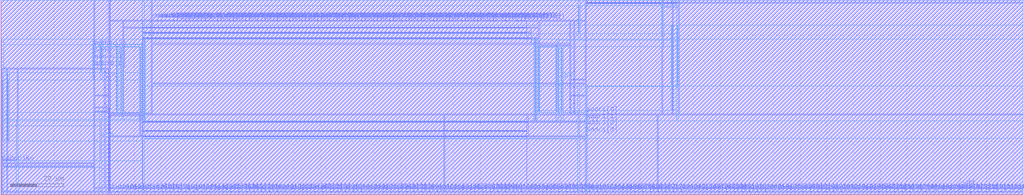
<source format=lef>
VERSION 5.4 ;
NAMESCASESENSITIVE ON ;
BUSBITCHARS "[]" ;
DIVIDERCHAR "/" ;
UNITS
  DATABASE MICRONS 2000 ;
END UNITS
MACRO freepdk45_sram_1w1r_16x120
   CLASS BLOCK ;
   SIZE 383.725 BY 73.3525 ;
   SYMMETRY X Y R90 ;
   PIN din0[0]
      DIRECTION INPUT ;
      PORT
         LAYER metal3 ;
         RECT  40.74 1.105 40.875 1.24 ;
      END
   END din0[0]
   PIN din0[1]
      DIRECTION INPUT ;
      PORT
         LAYER metal3 ;
         RECT  43.6 1.105 43.735 1.24 ;
      END
   END din0[1]
   PIN din0[2]
      DIRECTION INPUT ;
      PORT
         LAYER metal3 ;
         RECT  46.46 1.105 46.595 1.24 ;
      END
   END din0[2]
   PIN din0[3]
      DIRECTION INPUT ;
      PORT
         LAYER metal3 ;
         RECT  49.32 1.105 49.455 1.24 ;
      END
   END din0[3]
   PIN din0[4]
      DIRECTION INPUT ;
      PORT
         LAYER metal3 ;
         RECT  52.18 1.105 52.315 1.24 ;
      END
   END din0[4]
   PIN din0[5]
      DIRECTION INPUT ;
      PORT
         LAYER metal3 ;
         RECT  55.04 1.105 55.175 1.24 ;
      END
   END din0[5]
   PIN din0[6]
      DIRECTION INPUT ;
      PORT
         LAYER metal3 ;
         RECT  57.9 1.105 58.035 1.24 ;
      END
   END din0[6]
   PIN din0[7]
      DIRECTION INPUT ;
      PORT
         LAYER metal3 ;
         RECT  60.76 1.105 60.895 1.24 ;
      END
   END din0[7]
   PIN din0[8]
      DIRECTION INPUT ;
      PORT
         LAYER metal3 ;
         RECT  63.62 1.105 63.755 1.24 ;
      END
   END din0[8]
   PIN din0[9]
      DIRECTION INPUT ;
      PORT
         LAYER metal3 ;
         RECT  66.48 1.105 66.615 1.24 ;
      END
   END din0[9]
   PIN din0[10]
      DIRECTION INPUT ;
      PORT
         LAYER metal3 ;
         RECT  69.34 1.105 69.475 1.24 ;
      END
   END din0[10]
   PIN din0[11]
      DIRECTION INPUT ;
      PORT
         LAYER metal3 ;
         RECT  72.2 1.105 72.335 1.24 ;
      END
   END din0[11]
   PIN din0[12]
      DIRECTION INPUT ;
      PORT
         LAYER metal3 ;
         RECT  75.06 1.105 75.195 1.24 ;
      END
   END din0[12]
   PIN din0[13]
      DIRECTION INPUT ;
      PORT
         LAYER metal3 ;
         RECT  77.92 1.105 78.055 1.24 ;
      END
   END din0[13]
   PIN din0[14]
      DIRECTION INPUT ;
      PORT
         LAYER metal3 ;
         RECT  80.78 1.105 80.915 1.24 ;
      END
   END din0[14]
   PIN din0[15]
      DIRECTION INPUT ;
      PORT
         LAYER metal3 ;
         RECT  83.64 1.105 83.775 1.24 ;
      END
   END din0[15]
   PIN din0[16]
      DIRECTION INPUT ;
      PORT
         LAYER metal3 ;
         RECT  86.5 1.105 86.635 1.24 ;
      END
   END din0[16]
   PIN din0[17]
      DIRECTION INPUT ;
      PORT
         LAYER metal3 ;
         RECT  89.36 1.105 89.495 1.24 ;
      END
   END din0[17]
   PIN din0[18]
      DIRECTION INPUT ;
      PORT
         LAYER metal3 ;
         RECT  92.22 1.105 92.355 1.24 ;
      END
   END din0[18]
   PIN din0[19]
      DIRECTION INPUT ;
      PORT
         LAYER metal3 ;
         RECT  95.08 1.105 95.215 1.24 ;
      END
   END din0[19]
   PIN din0[20]
      DIRECTION INPUT ;
      PORT
         LAYER metal3 ;
         RECT  97.94 1.105 98.075 1.24 ;
      END
   END din0[20]
   PIN din0[21]
      DIRECTION INPUT ;
      PORT
         LAYER metal3 ;
         RECT  100.8 1.105 100.935 1.24 ;
      END
   END din0[21]
   PIN din0[22]
      DIRECTION INPUT ;
      PORT
         LAYER metal3 ;
         RECT  103.66 1.105 103.795 1.24 ;
      END
   END din0[22]
   PIN din0[23]
      DIRECTION INPUT ;
      PORT
         LAYER metal3 ;
         RECT  106.52 1.105 106.655 1.24 ;
      END
   END din0[23]
   PIN din0[24]
      DIRECTION INPUT ;
      PORT
         LAYER metal3 ;
         RECT  109.38 1.105 109.515 1.24 ;
      END
   END din0[24]
   PIN din0[25]
      DIRECTION INPUT ;
      PORT
         LAYER metal3 ;
         RECT  112.24 1.105 112.375 1.24 ;
      END
   END din0[25]
   PIN din0[26]
      DIRECTION INPUT ;
      PORT
         LAYER metal3 ;
         RECT  115.1 1.105 115.235 1.24 ;
      END
   END din0[26]
   PIN din0[27]
      DIRECTION INPUT ;
      PORT
         LAYER metal3 ;
         RECT  117.96 1.105 118.095 1.24 ;
      END
   END din0[27]
   PIN din0[28]
      DIRECTION INPUT ;
      PORT
         LAYER metal3 ;
         RECT  120.82 1.105 120.955 1.24 ;
      END
   END din0[28]
   PIN din0[29]
      DIRECTION INPUT ;
      PORT
         LAYER metal3 ;
         RECT  123.68 1.105 123.815 1.24 ;
      END
   END din0[29]
   PIN din0[30]
      DIRECTION INPUT ;
      PORT
         LAYER metal3 ;
         RECT  126.54 1.105 126.675 1.24 ;
      END
   END din0[30]
   PIN din0[31]
      DIRECTION INPUT ;
      PORT
         LAYER metal3 ;
         RECT  129.4 1.105 129.535 1.24 ;
      END
   END din0[31]
   PIN din0[32]
      DIRECTION INPUT ;
      PORT
         LAYER metal3 ;
         RECT  132.26 1.105 132.395 1.24 ;
      END
   END din0[32]
   PIN din0[33]
      DIRECTION INPUT ;
      PORT
         LAYER metal3 ;
         RECT  135.12 1.105 135.255 1.24 ;
      END
   END din0[33]
   PIN din0[34]
      DIRECTION INPUT ;
      PORT
         LAYER metal3 ;
         RECT  137.98 1.105 138.115 1.24 ;
      END
   END din0[34]
   PIN din0[35]
      DIRECTION INPUT ;
      PORT
         LAYER metal3 ;
         RECT  140.84 1.105 140.975 1.24 ;
      END
   END din0[35]
   PIN din0[36]
      DIRECTION INPUT ;
      PORT
         LAYER metal3 ;
         RECT  143.7 1.105 143.835 1.24 ;
      END
   END din0[36]
   PIN din0[37]
      DIRECTION INPUT ;
      PORT
         LAYER metal3 ;
         RECT  146.56 1.105 146.695 1.24 ;
      END
   END din0[37]
   PIN din0[38]
      DIRECTION INPUT ;
      PORT
         LAYER metal3 ;
         RECT  149.42 1.105 149.555 1.24 ;
      END
   END din0[38]
   PIN din0[39]
      DIRECTION INPUT ;
      PORT
         LAYER metal3 ;
         RECT  152.28 1.105 152.415 1.24 ;
      END
   END din0[39]
   PIN din0[40]
      DIRECTION INPUT ;
      PORT
         LAYER metal3 ;
         RECT  155.14 1.105 155.275 1.24 ;
      END
   END din0[40]
   PIN din0[41]
      DIRECTION INPUT ;
      PORT
         LAYER metal3 ;
         RECT  158.0 1.105 158.135 1.24 ;
      END
   END din0[41]
   PIN din0[42]
      DIRECTION INPUT ;
      PORT
         LAYER metal3 ;
         RECT  160.86 1.105 160.995 1.24 ;
      END
   END din0[42]
   PIN din0[43]
      DIRECTION INPUT ;
      PORT
         LAYER metal3 ;
         RECT  163.72 1.105 163.855 1.24 ;
      END
   END din0[43]
   PIN din0[44]
      DIRECTION INPUT ;
      PORT
         LAYER metal3 ;
         RECT  166.58 1.105 166.715 1.24 ;
      END
   END din0[44]
   PIN din0[45]
      DIRECTION INPUT ;
      PORT
         LAYER metal3 ;
         RECT  169.44 1.105 169.575 1.24 ;
      END
   END din0[45]
   PIN din0[46]
      DIRECTION INPUT ;
      PORT
         LAYER metal3 ;
         RECT  172.3 1.105 172.435 1.24 ;
      END
   END din0[46]
   PIN din0[47]
      DIRECTION INPUT ;
      PORT
         LAYER metal3 ;
         RECT  175.16 1.105 175.295 1.24 ;
      END
   END din0[47]
   PIN din0[48]
      DIRECTION INPUT ;
      PORT
         LAYER metal3 ;
         RECT  178.02 1.105 178.155 1.24 ;
      END
   END din0[48]
   PIN din0[49]
      DIRECTION INPUT ;
      PORT
         LAYER metal3 ;
         RECT  180.88 1.105 181.015 1.24 ;
      END
   END din0[49]
   PIN din0[50]
      DIRECTION INPUT ;
      PORT
         LAYER metal3 ;
         RECT  183.74 1.105 183.875 1.24 ;
      END
   END din0[50]
   PIN din0[51]
      DIRECTION INPUT ;
      PORT
         LAYER metal3 ;
         RECT  186.6 1.105 186.735 1.24 ;
      END
   END din0[51]
   PIN din0[52]
      DIRECTION INPUT ;
      PORT
         LAYER metal3 ;
         RECT  189.46 1.105 189.595 1.24 ;
      END
   END din0[52]
   PIN din0[53]
      DIRECTION INPUT ;
      PORT
         LAYER metal3 ;
         RECT  192.32 1.105 192.455 1.24 ;
      END
   END din0[53]
   PIN din0[54]
      DIRECTION INPUT ;
      PORT
         LAYER metal3 ;
         RECT  195.18 1.105 195.315 1.24 ;
      END
   END din0[54]
   PIN din0[55]
      DIRECTION INPUT ;
      PORT
         LAYER metal3 ;
         RECT  198.04 1.105 198.175 1.24 ;
      END
   END din0[55]
   PIN din0[56]
      DIRECTION INPUT ;
      PORT
         LAYER metal3 ;
         RECT  200.9 1.105 201.035 1.24 ;
      END
   END din0[56]
   PIN din0[57]
      DIRECTION INPUT ;
      PORT
         LAYER metal3 ;
         RECT  203.76 1.105 203.895 1.24 ;
      END
   END din0[57]
   PIN din0[58]
      DIRECTION INPUT ;
      PORT
         LAYER metal3 ;
         RECT  206.62 1.105 206.755 1.24 ;
      END
   END din0[58]
   PIN din0[59]
      DIRECTION INPUT ;
      PORT
         LAYER metal3 ;
         RECT  209.48 1.105 209.615 1.24 ;
      END
   END din0[59]
   PIN din0[60]
      DIRECTION INPUT ;
      PORT
         LAYER metal3 ;
         RECT  212.34 1.105 212.475 1.24 ;
      END
   END din0[60]
   PIN din0[61]
      DIRECTION INPUT ;
      PORT
         LAYER metal3 ;
         RECT  215.2 1.105 215.335 1.24 ;
      END
   END din0[61]
   PIN din0[62]
      DIRECTION INPUT ;
      PORT
         LAYER metal3 ;
         RECT  218.06 1.105 218.195 1.24 ;
      END
   END din0[62]
   PIN din0[63]
      DIRECTION INPUT ;
      PORT
         LAYER metal3 ;
         RECT  220.92 1.105 221.055 1.24 ;
      END
   END din0[63]
   PIN din0[64]
      DIRECTION INPUT ;
      PORT
         LAYER metal3 ;
         RECT  223.78 1.105 223.915 1.24 ;
      END
   END din0[64]
   PIN din0[65]
      DIRECTION INPUT ;
      PORT
         LAYER metal3 ;
         RECT  226.64 1.105 226.775 1.24 ;
      END
   END din0[65]
   PIN din0[66]
      DIRECTION INPUT ;
      PORT
         LAYER metal3 ;
         RECT  229.5 1.105 229.635 1.24 ;
      END
   END din0[66]
   PIN din0[67]
      DIRECTION INPUT ;
      PORT
         LAYER metal3 ;
         RECT  232.36 1.105 232.495 1.24 ;
      END
   END din0[67]
   PIN din0[68]
      DIRECTION INPUT ;
      PORT
         LAYER metal3 ;
         RECT  235.22 1.105 235.355 1.24 ;
      END
   END din0[68]
   PIN din0[69]
      DIRECTION INPUT ;
      PORT
         LAYER metal3 ;
         RECT  238.08 1.105 238.215 1.24 ;
      END
   END din0[69]
   PIN din0[70]
      DIRECTION INPUT ;
      PORT
         LAYER metal3 ;
         RECT  240.94 1.105 241.075 1.24 ;
      END
   END din0[70]
   PIN din0[71]
      DIRECTION INPUT ;
      PORT
         LAYER metal3 ;
         RECT  243.8 1.105 243.935 1.24 ;
      END
   END din0[71]
   PIN din0[72]
      DIRECTION INPUT ;
      PORT
         LAYER metal3 ;
         RECT  246.66 1.105 246.795 1.24 ;
      END
   END din0[72]
   PIN din0[73]
      DIRECTION INPUT ;
      PORT
         LAYER metal3 ;
         RECT  249.52 1.105 249.655 1.24 ;
      END
   END din0[73]
   PIN din0[74]
      DIRECTION INPUT ;
      PORT
         LAYER metal3 ;
         RECT  252.38 1.105 252.515 1.24 ;
      END
   END din0[74]
   PIN din0[75]
      DIRECTION INPUT ;
      PORT
         LAYER metal3 ;
         RECT  255.24 1.105 255.375 1.24 ;
      END
   END din0[75]
   PIN din0[76]
      DIRECTION INPUT ;
      PORT
         LAYER metal3 ;
         RECT  258.1 1.105 258.235 1.24 ;
      END
   END din0[76]
   PIN din0[77]
      DIRECTION INPUT ;
      PORT
         LAYER metal3 ;
         RECT  260.96 1.105 261.095 1.24 ;
      END
   END din0[77]
   PIN din0[78]
      DIRECTION INPUT ;
      PORT
         LAYER metal3 ;
         RECT  263.82 1.105 263.955 1.24 ;
      END
   END din0[78]
   PIN din0[79]
      DIRECTION INPUT ;
      PORT
         LAYER metal3 ;
         RECT  266.68 1.105 266.815 1.24 ;
      END
   END din0[79]
   PIN din0[80]
      DIRECTION INPUT ;
      PORT
         LAYER metal3 ;
         RECT  269.54 1.105 269.675 1.24 ;
      END
   END din0[80]
   PIN din0[81]
      DIRECTION INPUT ;
      PORT
         LAYER metal3 ;
         RECT  272.4 1.105 272.535 1.24 ;
      END
   END din0[81]
   PIN din0[82]
      DIRECTION INPUT ;
      PORT
         LAYER metal3 ;
         RECT  275.26 1.105 275.395 1.24 ;
      END
   END din0[82]
   PIN din0[83]
      DIRECTION INPUT ;
      PORT
         LAYER metal3 ;
         RECT  278.12 1.105 278.255 1.24 ;
      END
   END din0[83]
   PIN din0[84]
      DIRECTION INPUT ;
      PORT
         LAYER metal3 ;
         RECT  280.98 1.105 281.115 1.24 ;
      END
   END din0[84]
   PIN din0[85]
      DIRECTION INPUT ;
      PORT
         LAYER metal3 ;
         RECT  283.84 1.105 283.975 1.24 ;
      END
   END din0[85]
   PIN din0[86]
      DIRECTION INPUT ;
      PORT
         LAYER metal3 ;
         RECT  286.7 1.105 286.835 1.24 ;
      END
   END din0[86]
   PIN din0[87]
      DIRECTION INPUT ;
      PORT
         LAYER metal3 ;
         RECT  289.56 1.105 289.695 1.24 ;
      END
   END din0[87]
   PIN din0[88]
      DIRECTION INPUT ;
      PORT
         LAYER metal3 ;
         RECT  292.42 1.105 292.555 1.24 ;
      END
   END din0[88]
   PIN din0[89]
      DIRECTION INPUT ;
      PORT
         LAYER metal3 ;
         RECT  295.28 1.105 295.415 1.24 ;
      END
   END din0[89]
   PIN din0[90]
      DIRECTION INPUT ;
      PORT
         LAYER metal3 ;
         RECT  298.14 1.105 298.275 1.24 ;
      END
   END din0[90]
   PIN din0[91]
      DIRECTION INPUT ;
      PORT
         LAYER metal3 ;
         RECT  301.0 1.105 301.135 1.24 ;
      END
   END din0[91]
   PIN din0[92]
      DIRECTION INPUT ;
      PORT
         LAYER metal3 ;
         RECT  303.86 1.105 303.995 1.24 ;
      END
   END din0[92]
   PIN din0[93]
      DIRECTION INPUT ;
      PORT
         LAYER metal3 ;
         RECT  306.72 1.105 306.855 1.24 ;
      END
   END din0[93]
   PIN din0[94]
      DIRECTION INPUT ;
      PORT
         LAYER metal3 ;
         RECT  309.58 1.105 309.715 1.24 ;
      END
   END din0[94]
   PIN din0[95]
      DIRECTION INPUT ;
      PORT
         LAYER metal3 ;
         RECT  312.44 1.105 312.575 1.24 ;
      END
   END din0[95]
   PIN din0[96]
      DIRECTION INPUT ;
      PORT
         LAYER metal3 ;
         RECT  315.3 1.105 315.435 1.24 ;
      END
   END din0[96]
   PIN din0[97]
      DIRECTION INPUT ;
      PORT
         LAYER metal3 ;
         RECT  318.16 1.105 318.295 1.24 ;
      END
   END din0[97]
   PIN din0[98]
      DIRECTION INPUT ;
      PORT
         LAYER metal3 ;
         RECT  321.02 1.105 321.155 1.24 ;
      END
   END din0[98]
   PIN din0[99]
      DIRECTION INPUT ;
      PORT
         LAYER metal3 ;
         RECT  323.88 1.105 324.015 1.24 ;
      END
   END din0[99]
   PIN din0[100]
      DIRECTION INPUT ;
      PORT
         LAYER metal3 ;
         RECT  326.74 1.105 326.875 1.24 ;
      END
   END din0[100]
   PIN din0[101]
      DIRECTION INPUT ;
      PORT
         LAYER metal3 ;
         RECT  329.6 1.105 329.735 1.24 ;
      END
   END din0[101]
   PIN din0[102]
      DIRECTION INPUT ;
      PORT
         LAYER metal3 ;
         RECT  332.46 1.105 332.595 1.24 ;
      END
   END din0[102]
   PIN din0[103]
      DIRECTION INPUT ;
      PORT
         LAYER metal3 ;
         RECT  335.32 1.105 335.455 1.24 ;
      END
   END din0[103]
   PIN din0[104]
      DIRECTION INPUT ;
      PORT
         LAYER metal3 ;
         RECT  338.18 1.105 338.315 1.24 ;
      END
   END din0[104]
   PIN din0[105]
      DIRECTION INPUT ;
      PORT
         LAYER metal3 ;
         RECT  341.04 1.105 341.175 1.24 ;
      END
   END din0[105]
   PIN din0[106]
      DIRECTION INPUT ;
      PORT
         LAYER metal3 ;
         RECT  343.9 1.105 344.035 1.24 ;
      END
   END din0[106]
   PIN din0[107]
      DIRECTION INPUT ;
      PORT
         LAYER metal3 ;
         RECT  346.76 1.105 346.895 1.24 ;
      END
   END din0[107]
   PIN din0[108]
      DIRECTION INPUT ;
      PORT
         LAYER metal3 ;
         RECT  349.62 1.105 349.755 1.24 ;
      END
   END din0[108]
   PIN din0[109]
      DIRECTION INPUT ;
      PORT
         LAYER metal3 ;
         RECT  352.48 1.105 352.615 1.24 ;
      END
   END din0[109]
   PIN din0[110]
      DIRECTION INPUT ;
      PORT
         LAYER metal3 ;
         RECT  355.34 1.105 355.475 1.24 ;
      END
   END din0[110]
   PIN din0[111]
      DIRECTION INPUT ;
      PORT
         LAYER metal3 ;
         RECT  358.2 1.105 358.335 1.24 ;
      END
   END din0[111]
   PIN din0[112]
      DIRECTION INPUT ;
      PORT
         LAYER metal3 ;
         RECT  361.06 1.105 361.195 1.24 ;
      END
   END din0[112]
   PIN din0[113]
      DIRECTION INPUT ;
      PORT
         LAYER metal3 ;
         RECT  363.92 1.105 364.055 1.24 ;
      END
   END din0[113]
   PIN din0[114]
      DIRECTION INPUT ;
      PORT
         LAYER metal3 ;
         RECT  366.78 1.105 366.915 1.24 ;
      END
   END din0[114]
   PIN din0[115]
      DIRECTION INPUT ;
      PORT
         LAYER metal3 ;
         RECT  369.64 1.105 369.775 1.24 ;
      END
   END din0[115]
   PIN din0[116]
      DIRECTION INPUT ;
      PORT
         LAYER metal3 ;
         RECT  372.5 1.105 372.635 1.24 ;
      END
   END din0[116]
   PIN din0[117]
      DIRECTION INPUT ;
      PORT
         LAYER metal3 ;
         RECT  375.36 1.105 375.495 1.24 ;
      END
   END din0[117]
   PIN din0[118]
      DIRECTION INPUT ;
      PORT
         LAYER metal3 ;
         RECT  378.22 1.105 378.355 1.24 ;
      END
   END din0[118]
   PIN din0[119]
      DIRECTION INPUT ;
      PORT
         LAYER metal3 ;
         RECT  381.08 1.105 381.215 1.24 ;
      END
   END din0[119]
   PIN addr0[0]
      DIRECTION INPUT ;
      PORT
         LAYER metal3 ;
         RECT  35.02 47.33 35.155 47.465 ;
      END
   END addr0[0]
   PIN addr0[1]
      DIRECTION INPUT ;
      PORT
         LAYER metal3 ;
         RECT  35.02 50.06 35.155 50.195 ;
      END
   END addr0[1]
   PIN addr0[2]
      DIRECTION INPUT ;
      PORT
         LAYER metal3 ;
         RECT  35.02 52.27 35.155 52.405 ;
      END
   END addr0[2]
   PIN addr0[3]
      DIRECTION INPUT ;
      PORT
         LAYER metal3 ;
         RECT  35.02 55.0 35.155 55.135 ;
      END
   END addr0[3]
   PIN addr1[0]
      DIRECTION INPUT ;
      PORT
         LAYER metal3 ;
         RECT  219.38 30.17 219.515 30.305 ;
      END
   END addr1[0]
   PIN addr1[1]
      DIRECTION INPUT ;
      PORT
         LAYER metal3 ;
         RECT  219.38 27.44 219.515 27.575 ;
      END
   END addr1[1]
   PIN addr1[2]
      DIRECTION INPUT ;
      PORT
         LAYER metal3 ;
         RECT  219.38 25.23 219.515 25.365 ;
      END
   END addr1[2]
   PIN addr1[3]
      DIRECTION INPUT ;
      PORT
         LAYER metal3 ;
         RECT  219.38 22.5 219.515 22.635 ;
      END
   END addr1[3]
   PIN csb0
      DIRECTION INPUT ;
      PORT
         LAYER metal3 ;
         RECT  0.285 11.71 0.42 11.845 ;
      END
   END csb0
   PIN csb1
      DIRECTION INPUT ;
      PORT
         LAYER metal3 ;
         RECT  254.255 72.11 254.39 72.245 ;
      END
   END csb1
   PIN clk0
      DIRECTION INPUT ;
      PORT
         LAYER metal3 ;
         RECT  6.2475 11.795 6.3825 11.93 ;
      END
   END clk0
   PIN clk1
      DIRECTION INPUT ;
      PORT
         LAYER metal3 ;
         RECT  248.1525 72.025 248.2875 72.16 ;
      END
   END clk1
   PIN dout1[0]
      DIRECTION OUTPUT ;
      PORT
         LAYER metal3 ;
         RECT  56.6375 65.4025 56.7725 65.5375 ;
      END
   END dout1[0]
   PIN dout1[1]
      DIRECTION OUTPUT ;
      PORT
         LAYER metal3 ;
         RECT  57.8125 65.4025 57.9475 65.5375 ;
      END
   END dout1[1]
   PIN dout1[2]
      DIRECTION OUTPUT ;
      PORT
         LAYER metal3 ;
         RECT  58.9875 65.4025 59.1225 65.5375 ;
      END
   END dout1[2]
   PIN dout1[3]
      DIRECTION OUTPUT ;
      PORT
         LAYER metal3 ;
         RECT  60.1625 65.4025 60.2975 65.5375 ;
      END
   END dout1[3]
   PIN dout1[4]
      DIRECTION OUTPUT ;
      PORT
         LAYER metal3 ;
         RECT  61.3375 65.4025 61.4725 65.5375 ;
      END
   END dout1[4]
   PIN dout1[5]
      DIRECTION OUTPUT ;
      PORT
         LAYER metal3 ;
         RECT  62.5125 65.4025 62.6475 65.5375 ;
      END
   END dout1[5]
   PIN dout1[6]
      DIRECTION OUTPUT ;
      PORT
         LAYER metal3 ;
         RECT  63.6875 65.4025 63.8225 65.5375 ;
      END
   END dout1[6]
   PIN dout1[7]
      DIRECTION OUTPUT ;
      PORT
         LAYER metal3 ;
         RECT  64.8625 65.4025 64.9975 65.5375 ;
      END
   END dout1[7]
   PIN dout1[8]
      DIRECTION OUTPUT ;
      PORT
         LAYER metal3 ;
         RECT  66.0375 65.4025 66.1725 65.5375 ;
      END
   END dout1[8]
   PIN dout1[9]
      DIRECTION OUTPUT ;
      PORT
         LAYER metal3 ;
         RECT  67.2125 65.4025 67.3475 65.5375 ;
      END
   END dout1[9]
   PIN dout1[10]
      DIRECTION OUTPUT ;
      PORT
         LAYER metal3 ;
         RECT  68.3875 65.4025 68.5225 65.5375 ;
      END
   END dout1[10]
   PIN dout1[11]
      DIRECTION OUTPUT ;
      PORT
         LAYER metal3 ;
         RECT  69.5625 65.4025 69.6975 65.5375 ;
      END
   END dout1[11]
   PIN dout1[12]
      DIRECTION OUTPUT ;
      PORT
         LAYER metal3 ;
         RECT  70.7375 65.4025 70.8725 65.5375 ;
      END
   END dout1[12]
   PIN dout1[13]
      DIRECTION OUTPUT ;
      PORT
         LAYER metal3 ;
         RECT  71.9125 65.4025 72.0475 65.5375 ;
      END
   END dout1[13]
   PIN dout1[14]
      DIRECTION OUTPUT ;
      PORT
         LAYER metal3 ;
         RECT  73.0875 65.4025 73.2225 65.5375 ;
      END
   END dout1[14]
   PIN dout1[15]
      DIRECTION OUTPUT ;
      PORT
         LAYER metal3 ;
         RECT  74.2625 65.4025 74.3975 65.5375 ;
      END
   END dout1[15]
   PIN dout1[16]
      DIRECTION OUTPUT ;
      PORT
         LAYER metal3 ;
         RECT  75.4375 65.4025 75.5725 65.5375 ;
      END
   END dout1[16]
   PIN dout1[17]
      DIRECTION OUTPUT ;
      PORT
         LAYER metal3 ;
         RECT  76.6125 65.4025 76.7475 65.5375 ;
      END
   END dout1[17]
   PIN dout1[18]
      DIRECTION OUTPUT ;
      PORT
         LAYER metal3 ;
         RECT  77.7875 65.4025 77.9225 65.5375 ;
      END
   END dout1[18]
   PIN dout1[19]
      DIRECTION OUTPUT ;
      PORT
         LAYER metal3 ;
         RECT  78.9625 65.4025 79.0975 65.5375 ;
      END
   END dout1[19]
   PIN dout1[20]
      DIRECTION OUTPUT ;
      PORT
         LAYER metal3 ;
         RECT  80.1375 65.4025 80.2725 65.5375 ;
      END
   END dout1[20]
   PIN dout1[21]
      DIRECTION OUTPUT ;
      PORT
         LAYER metal3 ;
         RECT  81.3125 65.4025 81.4475 65.5375 ;
      END
   END dout1[21]
   PIN dout1[22]
      DIRECTION OUTPUT ;
      PORT
         LAYER metal3 ;
         RECT  82.4875 65.4025 82.6225 65.5375 ;
      END
   END dout1[22]
   PIN dout1[23]
      DIRECTION OUTPUT ;
      PORT
         LAYER metal3 ;
         RECT  83.6625 65.4025 83.7975 65.5375 ;
      END
   END dout1[23]
   PIN dout1[24]
      DIRECTION OUTPUT ;
      PORT
         LAYER metal3 ;
         RECT  84.8375 65.4025 84.9725 65.5375 ;
      END
   END dout1[24]
   PIN dout1[25]
      DIRECTION OUTPUT ;
      PORT
         LAYER metal3 ;
         RECT  86.0125 65.4025 86.1475 65.5375 ;
      END
   END dout1[25]
   PIN dout1[26]
      DIRECTION OUTPUT ;
      PORT
         LAYER metal3 ;
         RECT  87.1875 65.4025 87.3225 65.5375 ;
      END
   END dout1[26]
   PIN dout1[27]
      DIRECTION OUTPUT ;
      PORT
         LAYER metal3 ;
         RECT  88.3625 65.4025 88.4975 65.5375 ;
      END
   END dout1[27]
   PIN dout1[28]
      DIRECTION OUTPUT ;
      PORT
         LAYER metal3 ;
         RECT  89.5375 65.4025 89.6725 65.5375 ;
      END
   END dout1[28]
   PIN dout1[29]
      DIRECTION OUTPUT ;
      PORT
         LAYER metal3 ;
         RECT  90.7125 65.4025 90.8475 65.5375 ;
      END
   END dout1[29]
   PIN dout1[30]
      DIRECTION OUTPUT ;
      PORT
         LAYER metal3 ;
         RECT  91.8875 65.4025 92.0225 65.5375 ;
      END
   END dout1[30]
   PIN dout1[31]
      DIRECTION OUTPUT ;
      PORT
         LAYER metal3 ;
         RECT  93.0625 65.4025 93.1975 65.5375 ;
      END
   END dout1[31]
   PIN dout1[32]
      DIRECTION OUTPUT ;
      PORT
         LAYER metal3 ;
         RECT  94.2375 65.4025 94.3725 65.5375 ;
      END
   END dout1[32]
   PIN dout1[33]
      DIRECTION OUTPUT ;
      PORT
         LAYER metal3 ;
         RECT  95.4125 65.4025 95.5475 65.5375 ;
      END
   END dout1[33]
   PIN dout1[34]
      DIRECTION OUTPUT ;
      PORT
         LAYER metal3 ;
         RECT  96.5875 65.4025 96.7225 65.5375 ;
      END
   END dout1[34]
   PIN dout1[35]
      DIRECTION OUTPUT ;
      PORT
         LAYER metal3 ;
         RECT  97.7625 65.4025 97.8975 65.5375 ;
      END
   END dout1[35]
   PIN dout1[36]
      DIRECTION OUTPUT ;
      PORT
         LAYER metal3 ;
         RECT  98.9375 65.4025 99.0725 65.5375 ;
      END
   END dout1[36]
   PIN dout1[37]
      DIRECTION OUTPUT ;
      PORT
         LAYER metal3 ;
         RECT  100.1125 65.4025 100.2475 65.5375 ;
      END
   END dout1[37]
   PIN dout1[38]
      DIRECTION OUTPUT ;
      PORT
         LAYER metal3 ;
         RECT  101.2875 65.4025 101.4225 65.5375 ;
      END
   END dout1[38]
   PIN dout1[39]
      DIRECTION OUTPUT ;
      PORT
         LAYER metal3 ;
         RECT  102.4625 65.4025 102.5975 65.5375 ;
      END
   END dout1[39]
   PIN dout1[40]
      DIRECTION OUTPUT ;
      PORT
         LAYER metal3 ;
         RECT  103.6375 65.4025 103.7725 65.5375 ;
      END
   END dout1[40]
   PIN dout1[41]
      DIRECTION OUTPUT ;
      PORT
         LAYER metal3 ;
         RECT  104.8125 65.4025 104.9475 65.5375 ;
      END
   END dout1[41]
   PIN dout1[42]
      DIRECTION OUTPUT ;
      PORT
         LAYER metal3 ;
         RECT  105.9875 65.4025 106.1225 65.5375 ;
      END
   END dout1[42]
   PIN dout1[43]
      DIRECTION OUTPUT ;
      PORT
         LAYER metal3 ;
         RECT  107.1625 65.4025 107.2975 65.5375 ;
      END
   END dout1[43]
   PIN dout1[44]
      DIRECTION OUTPUT ;
      PORT
         LAYER metal3 ;
         RECT  108.3375 65.4025 108.4725 65.5375 ;
      END
   END dout1[44]
   PIN dout1[45]
      DIRECTION OUTPUT ;
      PORT
         LAYER metal3 ;
         RECT  109.5125 65.4025 109.6475 65.5375 ;
      END
   END dout1[45]
   PIN dout1[46]
      DIRECTION OUTPUT ;
      PORT
         LAYER metal3 ;
         RECT  110.6875 65.4025 110.8225 65.5375 ;
      END
   END dout1[46]
   PIN dout1[47]
      DIRECTION OUTPUT ;
      PORT
         LAYER metal3 ;
         RECT  111.8625 65.4025 111.9975 65.5375 ;
      END
   END dout1[47]
   PIN dout1[48]
      DIRECTION OUTPUT ;
      PORT
         LAYER metal3 ;
         RECT  113.0375 65.4025 113.1725 65.5375 ;
      END
   END dout1[48]
   PIN dout1[49]
      DIRECTION OUTPUT ;
      PORT
         LAYER metal3 ;
         RECT  114.2125 65.4025 114.3475 65.5375 ;
      END
   END dout1[49]
   PIN dout1[50]
      DIRECTION OUTPUT ;
      PORT
         LAYER metal3 ;
         RECT  115.3875 65.4025 115.5225 65.5375 ;
      END
   END dout1[50]
   PIN dout1[51]
      DIRECTION OUTPUT ;
      PORT
         LAYER metal3 ;
         RECT  116.5625 65.4025 116.6975 65.5375 ;
      END
   END dout1[51]
   PIN dout1[52]
      DIRECTION OUTPUT ;
      PORT
         LAYER metal3 ;
         RECT  117.7375 65.4025 117.8725 65.5375 ;
      END
   END dout1[52]
   PIN dout1[53]
      DIRECTION OUTPUT ;
      PORT
         LAYER metal3 ;
         RECT  118.9125 65.4025 119.0475 65.5375 ;
      END
   END dout1[53]
   PIN dout1[54]
      DIRECTION OUTPUT ;
      PORT
         LAYER metal3 ;
         RECT  120.0875 65.4025 120.2225 65.5375 ;
      END
   END dout1[54]
   PIN dout1[55]
      DIRECTION OUTPUT ;
      PORT
         LAYER metal3 ;
         RECT  121.2625 65.4025 121.3975 65.5375 ;
      END
   END dout1[55]
   PIN dout1[56]
      DIRECTION OUTPUT ;
      PORT
         LAYER metal3 ;
         RECT  122.4375 65.4025 122.5725 65.5375 ;
      END
   END dout1[56]
   PIN dout1[57]
      DIRECTION OUTPUT ;
      PORT
         LAYER metal3 ;
         RECT  123.6125 65.4025 123.7475 65.5375 ;
      END
   END dout1[57]
   PIN dout1[58]
      DIRECTION OUTPUT ;
      PORT
         LAYER metal3 ;
         RECT  124.7875 65.4025 124.9225 65.5375 ;
      END
   END dout1[58]
   PIN dout1[59]
      DIRECTION OUTPUT ;
      PORT
         LAYER metal3 ;
         RECT  125.9625 65.4025 126.0975 65.5375 ;
      END
   END dout1[59]
   PIN dout1[60]
      DIRECTION OUTPUT ;
      PORT
         LAYER metal3 ;
         RECT  127.1375 65.4025 127.2725 65.5375 ;
      END
   END dout1[60]
   PIN dout1[61]
      DIRECTION OUTPUT ;
      PORT
         LAYER metal3 ;
         RECT  128.3125 65.4025 128.4475 65.5375 ;
      END
   END dout1[61]
   PIN dout1[62]
      DIRECTION OUTPUT ;
      PORT
         LAYER metal3 ;
         RECT  129.4875 65.4025 129.6225 65.5375 ;
      END
   END dout1[62]
   PIN dout1[63]
      DIRECTION OUTPUT ;
      PORT
         LAYER metal3 ;
         RECT  130.6625 65.4025 130.7975 65.5375 ;
      END
   END dout1[63]
   PIN dout1[64]
      DIRECTION OUTPUT ;
      PORT
         LAYER metal3 ;
         RECT  131.8375 65.4025 131.9725 65.5375 ;
      END
   END dout1[64]
   PIN dout1[65]
      DIRECTION OUTPUT ;
      PORT
         LAYER metal3 ;
         RECT  133.0125 65.4025 133.1475 65.5375 ;
      END
   END dout1[65]
   PIN dout1[66]
      DIRECTION OUTPUT ;
      PORT
         LAYER metal3 ;
         RECT  134.1875 65.4025 134.3225 65.5375 ;
      END
   END dout1[66]
   PIN dout1[67]
      DIRECTION OUTPUT ;
      PORT
         LAYER metal3 ;
         RECT  135.3625 65.4025 135.4975 65.5375 ;
      END
   END dout1[67]
   PIN dout1[68]
      DIRECTION OUTPUT ;
      PORT
         LAYER metal3 ;
         RECT  136.5375 65.4025 136.6725 65.5375 ;
      END
   END dout1[68]
   PIN dout1[69]
      DIRECTION OUTPUT ;
      PORT
         LAYER metal3 ;
         RECT  137.7125 65.4025 137.8475 65.5375 ;
      END
   END dout1[69]
   PIN dout1[70]
      DIRECTION OUTPUT ;
      PORT
         LAYER metal3 ;
         RECT  138.8875 65.4025 139.0225 65.5375 ;
      END
   END dout1[70]
   PIN dout1[71]
      DIRECTION OUTPUT ;
      PORT
         LAYER metal3 ;
         RECT  140.0625 65.4025 140.1975 65.5375 ;
      END
   END dout1[71]
   PIN dout1[72]
      DIRECTION OUTPUT ;
      PORT
         LAYER metal3 ;
         RECT  141.2375 65.4025 141.3725 65.5375 ;
      END
   END dout1[72]
   PIN dout1[73]
      DIRECTION OUTPUT ;
      PORT
         LAYER metal3 ;
         RECT  142.4125 65.4025 142.5475 65.5375 ;
      END
   END dout1[73]
   PIN dout1[74]
      DIRECTION OUTPUT ;
      PORT
         LAYER metal3 ;
         RECT  143.5875 65.4025 143.7225 65.5375 ;
      END
   END dout1[74]
   PIN dout1[75]
      DIRECTION OUTPUT ;
      PORT
         LAYER metal3 ;
         RECT  144.7625 65.4025 144.8975 65.5375 ;
      END
   END dout1[75]
   PIN dout1[76]
      DIRECTION OUTPUT ;
      PORT
         LAYER metal3 ;
         RECT  145.9375 65.4025 146.0725 65.5375 ;
      END
   END dout1[76]
   PIN dout1[77]
      DIRECTION OUTPUT ;
      PORT
         LAYER metal3 ;
         RECT  147.1125 65.4025 147.2475 65.5375 ;
      END
   END dout1[77]
   PIN dout1[78]
      DIRECTION OUTPUT ;
      PORT
         LAYER metal3 ;
         RECT  148.2875 65.4025 148.4225 65.5375 ;
      END
   END dout1[78]
   PIN dout1[79]
      DIRECTION OUTPUT ;
      PORT
         LAYER metal3 ;
         RECT  149.4625 65.4025 149.5975 65.5375 ;
      END
   END dout1[79]
   PIN dout1[80]
      DIRECTION OUTPUT ;
      PORT
         LAYER metal3 ;
         RECT  150.6375 65.4025 150.7725 65.5375 ;
      END
   END dout1[80]
   PIN dout1[81]
      DIRECTION OUTPUT ;
      PORT
         LAYER metal3 ;
         RECT  151.8125 65.4025 151.9475 65.5375 ;
      END
   END dout1[81]
   PIN dout1[82]
      DIRECTION OUTPUT ;
      PORT
         LAYER metal3 ;
         RECT  152.9875 65.4025 153.1225 65.5375 ;
      END
   END dout1[82]
   PIN dout1[83]
      DIRECTION OUTPUT ;
      PORT
         LAYER metal3 ;
         RECT  154.1625 65.4025 154.2975 65.5375 ;
      END
   END dout1[83]
   PIN dout1[84]
      DIRECTION OUTPUT ;
      PORT
         LAYER metal3 ;
         RECT  155.3375 65.4025 155.4725 65.5375 ;
      END
   END dout1[84]
   PIN dout1[85]
      DIRECTION OUTPUT ;
      PORT
         LAYER metal3 ;
         RECT  156.5125 65.4025 156.6475 65.5375 ;
      END
   END dout1[85]
   PIN dout1[86]
      DIRECTION OUTPUT ;
      PORT
         LAYER metal3 ;
         RECT  157.6875 65.4025 157.8225 65.5375 ;
      END
   END dout1[86]
   PIN dout1[87]
      DIRECTION OUTPUT ;
      PORT
         LAYER metal3 ;
         RECT  158.8625 65.4025 158.9975 65.5375 ;
      END
   END dout1[87]
   PIN dout1[88]
      DIRECTION OUTPUT ;
      PORT
         LAYER metal3 ;
         RECT  160.0375 65.4025 160.1725 65.5375 ;
      END
   END dout1[88]
   PIN dout1[89]
      DIRECTION OUTPUT ;
      PORT
         LAYER metal3 ;
         RECT  161.2125 65.4025 161.3475 65.5375 ;
      END
   END dout1[89]
   PIN dout1[90]
      DIRECTION OUTPUT ;
      PORT
         LAYER metal3 ;
         RECT  162.3875 65.4025 162.5225 65.5375 ;
      END
   END dout1[90]
   PIN dout1[91]
      DIRECTION OUTPUT ;
      PORT
         LAYER metal3 ;
         RECT  163.5625 65.4025 163.6975 65.5375 ;
      END
   END dout1[91]
   PIN dout1[92]
      DIRECTION OUTPUT ;
      PORT
         LAYER metal3 ;
         RECT  164.7375 65.4025 164.8725 65.5375 ;
      END
   END dout1[92]
   PIN dout1[93]
      DIRECTION OUTPUT ;
      PORT
         LAYER metal3 ;
         RECT  165.9125 65.4025 166.0475 65.5375 ;
      END
   END dout1[93]
   PIN dout1[94]
      DIRECTION OUTPUT ;
      PORT
         LAYER metal3 ;
         RECT  167.0875 65.4025 167.2225 65.5375 ;
      END
   END dout1[94]
   PIN dout1[95]
      DIRECTION OUTPUT ;
      PORT
         LAYER metal3 ;
         RECT  168.2625 65.4025 168.3975 65.5375 ;
      END
   END dout1[95]
   PIN dout1[96]
      DIRECTION OUTPUT ;
      PORT
         LAYER metal3 ;
         RECT  169.4375 65.4025 169.5725 65.5375 ;
      END
   END dout1[96]
   PIN dout1[97]
      DIRECTION OUTPUT ;
      PORT
         LAYER metal3 ;
         RECT  170.6125 65.4025 170.7475 65.5375 ;
      END
   END dout1[97]
   PIN dout1[98]
      DIRECTION OUTPUT ;
      PORT
         LAYER metal3 ;
         RECT  171.7875 65.4025 171.9225 65.5375 ;
      END
   END dout1[98]
   PIN dout1[99]
      DIRECTION OUTPUT ;
      PORT
         LAYER metal3 ;
         RECT  172.9625 65.4025 173.0975 65.5375 ;
      END
   END dout1[99]
   PIN dout1[100]
      DIRECTION OUTPUT ;
      PORT
         LAYER metal3 ;
         RECT  174.1375 65.4025 174.2725 65.5375 ;
      END
   END dout1[100]
   PIN dout1[101]
      DIRECTION OUTPUT ;
      PORT
         LAYER metal3 ;
         RECT  175.3125 65.4025 175.4475 65.5375 ;
      END
   END dout1[101]
   PIN dout1[102]
      DIRECTION OUTPUT ;
      PORT
         LAYER metal3 ;
         RECT  176.4875 65.4025 176.6225 65.5375 ;
      END
   END dout1[102]
   PIN dout1[103]
      DIRECTION OUTPUT ;
      PORT
         LAYER metal3 ;
         RECT  177.6625 65.4025 177.7975 65.5375 ;
      END
   END dout1[103]
   PIN dout1[104]
      DIRECTION OUTPUT ;
      PORT
         LAYER metal3 ;
         RECT  178.8375 65.4025 178.9725 65.5375 ;
      END
   END dout1[104]
   PIN dout1[105]
      DIRECTION OUTPUT ;
      PORT
         LAYER metal3 ;
         RECT  180.0125 65.4025 180.1475 65.5375 ;
      END
   END dout1[105]
   PIN dout1[106]
      DIRECTION OUTPUT ;
      PORT
         LAYER metal3 ;
         RECT  181.1875 65.4025 181.3225 65.5375 ;
      END
   END dout1[106]
   PIN dout1[107]
      DIRECTION OUTPUT ;
      PORT
         LAYER metal3 ;
         RECT  182.3625 65.4025 182.4975 65.5375 ;
      END
   END dout1[107]
   PIN dout1[108]
      DIRECTION OUTPUT ;
      PORT
         LAYER metal3 ;
         RECT  183.5375 65.4025 183.6725 65.5375 ;
      END
   END dout1[108]
   PIN dout1[109]
      DIRECTION OUTPUT ;
      PORT
         LAYER metal3 ;
         RECT  184.7125 65.4025 184.8475 65.5375 ;
      END
   END dout1[109]
   PIN dout1[110]
      DIRECTION OUTPUT ;
      PORT
         LAYER metal3 ;
         RECT  185.8875 65.4025 186.0225 65.5375 ;
      END
   END dout1[110]
   PIN dout1[111]
      DIRECTION OUTPUT ;
      PORT
         LAYER metal3 ;
         RECT  187.0625 65.4025 187.1975 65.5375 ;
      END
   END dout1[111]
   PIN dout1[112]
      DIRECTION OUTPUT ;
      PORT
         LAYER metal3 ;
         RECT  188.2375 65.4025 188.3725 65.5375 ;
      END
   END dout1[112]
   PIN dout1[113]
      DIRECTION OUTPUT ;
      PORT
         LAYER metal3 ;
         RECT  189.4125 65.4025 189.5475 65.5375 ;
      END
   END dout1[113]
   PIN dout1[114]
      DIRECTION OUTPUT ;
      PORT
         LAYER metal3 ;
         RECT  190.5875 65.4025 190.7225 65.5375 ;
      END
   END dout1[114]
   PIN dout1[115]
      DIRECTION OUTPUT ;
      PORT
         LAYER metal3 ;
         RECT  191.7625 65.4025 191.8975 65.5375 ;
      END
   END dout1[115]
   PIN dout1[116]
      DIRECTION OUTPUT ;
      PORT
         LAYER metal3 ;
         RECT  192.9375 65.4025 193.0725 65.5375 ;
      END
   END dout1[116]
   PIN dout1[117]
      DIRECTION OUTPUT ;
      PORT
         LAYER metal3 ;
         RECT  194.1125 65.4025 194.2475 65.5375 ;
      END
   END dout1[117]
   PIN dout1[118]
      DIRECTION OUTPUT ;
      PORT
         LAYER metal3 ;
         RECT  195.2875 65.4025 195.4225 65.5375 ;
      END
   END dout1[118]
   PIN dout1[119]
      DIRECTION OUTPUT ;
      PORT
         LAYER metal3 ;
         RECT  196.4625 65.4025 196.5975 65.5375 ;
      END
   END dout1[119]
   PIN vdd
      DIRECTION INOUT ;
      USE POWER ; 
      SHAPE ABUTMENT ; 
      PORT
         LAYER metal3 ;
         RECT  40.5575 32.77 40.6925 32.905 ;
         LAYER metal4 ;
         RECT  53.385 28.1025 53.525 58.2525 ;
         LAYER metal4 ;
         RECT  253.8475 41.1025 253.9875 63.505 ;
         LAYER metal3 ;
         RECT  166.2975 2.47 166.4325 2.605 ;
         LAYER metal4 ;
         RECT  200.815 28.1025 200.955 58.2525 ;
         LAYER metal3 ;
         RECT  213.6475 41.74 213.7825 41.875 ;
         LAYER metal3 ;
         RECT  45.825 30.5675 45.96 30.7025 ;
         LAYER metal3 ;
         RECT  97.6575 2.47 97.7925 2.605 ;
         LAYER metal3 ;
         RECT  252.115 70.745 252.25 70.88 ;
         LAYER metal4 ;
         RECT  0.6875 20.45 0.8275 42.8525 ;
         LAYER metal3 ;
         RECT  86.2175 2.47 86.3525 2.605 ;
         LAYER metal3 ;
         RECT  213.6475 32.77 213.7825 32.905 ;
         LAYER metal3 ;
         RECT  246.3775 2.47 246.5125 2.605 ;
         LAYER metal4 ;
         RECT  34.735 46.2225 34.875 56.2425 ;
         LAYER metal3 ;
         RECT  223.4975 2.47 223.6325 2.605 ;
         LAYER metal3 ;
         RECT  212.0575 2.47 212.1925 2.605 ;
         LAYER metal3 ;
         RECT  120.5375 2.47 120.6725 2.605 ;
         LAYER metal3 ;
         RECT  53.4525 21.9725 197.2675 22.0425 ;
         LAYER metal3 ;
         RECT  2.425 13.075 2.56 13.21 ;
         LAYER metal3 ;
         RECT  269.2575 2.47 269.3925 2.605 ;
         LAYER metal3 ;
         RECT  177.7375 2.47 177.8725 2.605 ;
         LAYER metal3 ;
         RECT  131.9775 2.47 132.1125 2.605 ;
         LAYER metal3 ;
         RECT  303.5775 2.47 303.7125 2.605 ;
         LAYER metal4 ;
         RECT  52.305 31.2725 52.445 55.3325 ;
         LAYER metal3 ;
         RECT  257.8175 2.47 257.9525 2.605 ;
         LAYER metal3 ;
         RECT  201.8975 56.69 202.0325 56.825 ;
         LAYER metal3 ;
         RECT  234.9375 2.47 235.0725 2.605 ;
         LAYER metal3 ;
         RECT  74.7775 2.47 74.9125 2.605 ;
         LAYER metal3 ;
         RECT  326.4575 2.47 326.5925 2.605 ;
         LAYER metal3 ;
         RECT  53.4525 62.845 197.2675 62.915 ;
         LAYER metal4 ;
         RECT  219.66 21.3925 219.8 31.4125 ;
         LAYER metal3 ;
         RECT  200.6175 2.47 200.7525 2.605 ;
         LAYER metal3 ;
         RECT  208.38 55.9025 208.515 56.0375 ;
         LAYER metal4 ;
         RECT  45.205 31.2725 45.345 55.4025 ;
         LAYER metal4 ;
         RECT  216.94 60.8625 217.08 70.8825 ;
         LAYER metal3 ;
         RECT  154.8575 2.47 154.9925 2.605 ;
         LAYER metal3 ;
         RECT  53.4525 27.4075 197.7375 27.4775 ;
         LAYER metal3 ;
         RECT  63.3375 2.47 63.4725 2.605 ;
         LAYER metal4 ;
         RECT  208.995 31.2725 209.135 55.4025 ;
         LAYER metal3 ;
         RECT  51.8975 2.47 52.0325 2.605 ;
         LAYER metal3 ;
         RECT  52.3075 29.78 52.4425 29.915 ;
         LAYER metal3 ;
         RECT  40.5575 35.76 40.6925 35.895 ;
         LAYER metal4 ;
         RECT  201.895 31.2725 202.035 55.3325 ;
         LAYER metal3 ;
         RECT  292.1375 2.47 292.2725 2.605 ;
         LAYER metal3 ;
         RECT  109.0975 2.47 109.2325 2.605 ;
         LAYER metal3 ;
         RECT  143.4175 2.47 143.5525 2.605 ;
         LAYER metal3 ;
         RECT  213.6475 44.73 213.7825 44.865 ;
         LAYER metal3 ;
         RECT  40.4575 2.47 40.5925 2.605 ;
         LAYER metal3 ;
         RECT  213.6475 35.76 213.7825 35.895 ;
         LAYER metal3 ;
         RECT  53.4525 58.9475 198.9125 59.0175 ;
         LAYER metal3 ;
         RECT  372.2175 2.47 372.3525 2.605 ;
         LAYER metal4 ;
         RECT  37.455 13.0725 37.595 28.0325 ;
         LAYER metal3 ;
         RECT  280.6975 2.47 280.8325 2.605 ;
         LAYER metal3 ;
         RECT  315.0175 2.47 315.1525 2.605 ;
         LAYER metal3 ;
         RECT  189.1775 2.47 189.3125 2.605 ;
         LAYER metal3 ;
         RECT  40.5575 44.73 40.6925 44.865 ;
         LAYER metal3 ;
         RECT  349.3375 2.47 349.4725 2.605 ;
         LAYER metal3 ;
         RECT  337.8975 2.47 338.0325 2.605 ;
         LAYER metal3 ;
         RECT  40.5575 41.74 40.6925 41.875 ;
         LAYER metal3 ;
         RECT  360.7775 2.47 360.9125 2.605 ;
      END
   END vdd
   PIN gnd
      DIRECTION INOUT ;
      USE GROUND ; 
      SHAPE ABUTMENT ; 
      PORT
         LAYER metal4 ;
         RECT  2.75 20.4825 2.89 42.885 ;
         LAYER metal3 ;
         RECT  363.6375 0.0 363.7725 0.135 ;
         LAYER metal4 ;
         RECT  6.105 10.6025 6.245 25.5625 ;
         LAYER metal3 ;
         RECT  39.03 37.255 39.165 37.39 ;
         LAYER metal4 ;
         RECT  248.29 58.3925 248.43 73.3525 ;
         LAYER metal3 ;
         RECT  272.1175 0.0 272.2525 0.135 ;
         LAYER metal3 ;
         RECT  39.03 40.245 39.165 40.38 ;
         LAYER metal3 ;
         RECT  340.7575 0.0 340.8925 0.135 ;
         LAYER metal3 ;
         RECT  306.4375 0.0 306.5725 0.135 ;
         LAYER metal3 ;
         RECT  66.1975 0.0 66.3325 0.135 ;
         LAYER metal3 ;
         RECT  39.03 31.275 39.165 31.41 ;
         LAYER metal3 ;
         RECT  252.115 73.215 252.25 73.35 ;
         LAYER metal3 ;
         RECT  375.0775 0.0 375.2125 0.135 ;
         LAYER metal3 ;
         RECT  54.7575 0.0 54.8925 0.135 ;
         LAYER metal3 ;
         RECT  317.8775 0.0 318.0125 0.135 ;
         LAYER metal3 ;
         RECT  157.7175 0.0 157.8525 0.135 ;
         LAYER metal3 ;
         RECT  180.5975 0.0 180.7325 0.135 ;
         LAYER metal3 ;
         RECT  294.9975 0.0 295.1325 0.135 ;
         LAYER metal3 ;
         RECT  2.425 10.605 2.56 10.74 ;
         LAYER metal3 ;
         RECT  134.8375 0.0 134.9725 0.135 ;
         LAYER metal3 ;
         RECT  111.9575 0.0 112.0925 0.135 ;
         LAYER metal3 ;
         RECT  53.4525 24.0225 197.2675 24.0925 ;
         LAYER metal4 ;
         RECT  251.785 41.07 251.925 63.4725 ;
         LAYER metal4 ;
         RECT  45.765 31.24 45.905 55.365 ;
         LAYER metal3 ;
         RECT  215.175 37.255 215.31 37.39 ;
         LAYER metal4 ;
         RECT  37.595 46.1575 37.735 56.3075 ;
         LAYER metal4 ;
         RECT  200.355 28.1025 200.495 58.2525 ;
         LAYER metal3 ;
         RECT  249.2375 0.0 249.3725 0.135 ;
         LAYER metal3 ;
         RECT  192.0375 0.0 192.1725 0.135 ;
         LAYER metal3 ;
         RECT  329.3175 0.0 329.4525 0.135 ;
         LAYER metal4 ;
         RECT  216.8 21.3275 216.94 31.4775 ;
         LAYER metal4 ;
         RECT  208.435 31.24 208.575 55.365 ;
         LAYER metal3 ;
         RECT  123.3975 0.0 123.5325 0.135 ;
         LAYER metal3 ;
         RECT  283.5575 0.0 283.6925 0.135 ;
         LAYER metal3 ;
         RECT  100.5175 0.0 100.6525 0.135 ;
         LAYER metal3 ;
         RECT  39.03 34.265 39.165 34.4 ;
         LAYER metal3 ;
         RECT  260.6775 0.0 260.8125 0.135 ;
         LAYER metal3 ;
         RECT  169.1575 0.0 169.2925 0.135 ;
         LAYER metal3 ;
         RECT  215.175 43.235 215.31 43.37 ;
         LAYER metal3 ;
         RECT  214.9175 0.0 215.0525 0.135 ;
         LAYER metal4 ;
         RECT  53.845 28.1025 53.985 58.2525 ;
         LAYER metal3 ;
         RECT  39.03 46.225 39.165 46.36 ;
         LAYER metal4 ;
         RECT  43.615 31.24 43.755 55.4025 ;
         LAYER metal3 ;
         RECT  89.0775 0.0 89.2125 0.135 ;
         LAYER metal3 ;
         RECT  215.175 40.245 215.31 40.38 ;
         LAYER metal3 ;
         RECT  53.4525 60.9525 197.3025 61.0225 ;
         LAYER metal3 ;
         RECT  215.175 31.275 215.31 31.41 ;
         LAYER metal3 ;
         RECT  237.7975 0.0 237.9325 0.135 ;
         LAYER metal3 ;
         RECT  146.2775 0.0 146.4125 0.135 ;
         LAYER metal3 ;
         RECT  226.3575 0.0 226.4925 0.135 ;
         LAYER metal3 ;
         RECT  352.1975 0.0 352.3325 0.135 ;
         LAYER metal3 ;
         RECT  215.175 34.265 215.31 34.4 ;
         LAYER metal3 ;
         RECT  215.175 46.225 215.31 46.36 ;
         LAYER metal3 ;
         RECT  43.3175 0.0 43.4525 0.135 ;
         LAYER metal3 ;
         RECT  203.4775 0.0 203.6125 0.135 ;
         LAYER metal3 ;
         RECT  77.6375 0.0 77.7725 0.135 ;
         LAYER metal4 ;
         RECT  210.585 31.24 210.725 55.4025 ;
         LAYER metal3 ;
         RECT  39.03 43.235 39.165 43.37 ;
      END
   END gnd
   OBS
   LAYER  metal1 ;
      RECT  0.14 0.14 383.585 73.2125 ;
   LAYER  metal2 ;
      RECT  0.14 0.14 383.585 73.2125 ;
   LAYER  metal3 ;
      RECT  0.14 0.14 40.6 0.965 ;
      RECT  0.14 0.965 40.6 1.38 ;
      RECT  40.6 0.14 41.015 0.965 ;
      RECT  41.015 0.965 43.46 1.38 ;
      RECT  43.875 0.965 46.32 1.38 ;
      RECT  46.735 0.965 49.18 1.38 ;
      RECT  49.595 0.965 52.04 1.38 ;
      RECT  52.455 0.965 54.9 1.38 ;
      RECT  55.315 0.965 57.76 1.38 ;
      RECT  58.175 0.965 60.62 1.38 ;
      RECT  61.035 0.965 63.48 1.38 ;
      RECT  63.895 0.965 66.34 1.38 ;
      RECT  66.755 0.965 69.2 1.38 ;
      RECT  69.615 0.965 72.06 1.38 ;
      RECT  72.475 0.965 74.92 1.38 ;
      RECT  75.335 0.965 77.78 1.38 ;
      RECT  78.195 0.965 80.64 1.38 ;
      RECT  81.055 0.965 83.5 1.38 ;
      RECT  83.915 0.965 86.36 1.38 ;
      RECT  86.775 0.965 89.22 1.38 ;
      RECT  89.635 0.965 92.08 1.38 ;
      RECT  92.495 0.965 94.94 1.38 ;
      RECT  95.355 0.965 97.8 1.38 ;
      RECT  98.215 0.965 100.66 1.38 ;
      RECT  101.075 0.965 103.52 1.38 ;
      RECT  103.935 0.965 106.38 1.38 ;
      RECT  106.795 0.965 109.24 1.38 ;
      RECT  109.655 0.965 112.1 1.38 ;
      RECT  112.515 0.965 114.96 1.38 ;
      RECT  115.375 0.965 117.82 1.38 ;
      RECT  118.235 0.965 120.68 1.38 ;
      RECT  121.095 0.965 123.54 1.38 ;
      RECT  123.955 0.965 126.4 1.38 ;
      RECT  126.815 0.965 129.26 1.38 ;
      RECT  129.675 0.965 132.12 1.38 ;
      RECT  132.535 0.965 134.98 1.38 ;
      RECT  135.395 0.965 137.84 1.38 ;
      RECT  138.255 0.965 140.7 1.38 ;
      RECT  141.115 0.965 143.56 1.38 ;
      RECT  143.975 0.965 146.42 1.38 ;
      RECT  146.835 0.965 149.28 1.38 ;
      RECT  149.695 0.965 152.14 1.38 ;
      RECT  152.555 0.965 155.0 1.38 ;
      RECT  155.415 0.965 157.86 1.38 ;
      RECT  158.275 0.965 160.72 1.38 ;
      RECT  161.135 0.965 163.58 1.38 ;
      RECT  163.995 0.965 166.44 1.38 ;
      RECT  166.855 0.965 169.3 1.38 ;
      RECT  169.715 0.965 172.16 1.38 ;
      RECT  172.575 0.965 175.02 1.38 ;
      RECT  175.435 0.965 177.88 1.38 ;
      RECT  178.295 0.965 180.74 1.38 ;
      RECT  181.155 0.965 183.6 1.38 ;
      RECT  184.015 0.965 186.46 1.38 ;
      RECT  186.875 0.965 189.32 1.38 ;
      RECT  189.735 0.965 192.18 1.38 ;
      RECT  192.595 0.965 195.04 1.38 ;
      RECT  195.455 0.965 197.9 1.38 ;
      RECT  198.315 0.965 200.76 1.38 ;
      RECT  201.175 0.965 203.62 1.38 ;
      RECT  204.035 0.965 206.48 1.38 ;
      RECT  206.895 0.965 209.34 1.38 ;
      RECT  209.755 0.965 212.2 1.38 ;
      RECT  212.615 0.965 215.06 1.38 ;
      RECT  215.475 0.965 217.92 1.38 ;
      RECT  218.335 0.965 220.78 1.38 ;
      RECT  221.195 0.965 223.64 1.38 ;
      RECT  224.055 0.965 226.5 1.38 ;
      RECT  226.915 0.965 229.36 1.38 ;
      RECT  229.775 0.965 232.22 1.38 ;
      RECT  232.635 0.965 235.08 1.38 ;
      RECT  235.495 0.965 237.94 1.38 ;
      RECT  238.355 0.965 240.8 1.38 ;
      RECT  241.215 0.965 243.66 1.38 ;
      RECT  244.075 0.965 246.52 1.38 ;
      RECT  246.935 0.965 249.38 1.38 ;
      RECT  249.795 0.965 252.24 1.38 ;
      RECT  252.655 0.965 255.1 1.38 ;
      RECT  255.515 0.965 257.96 1.38 ;
      RECT  258.375 0.965 260.82 1.38 ;
      RECT  261.235 0.965 263.68 1.38 ;
      RECT  264.095 0.965 266.54 1.38 ;
      RECT  266.955 0.965 269.4 1.38 ;
      RECT  269.815 0.965 272.26 1.38 ;
      RECT  272.675 0.965 275.12 1.38 ;
      RECT  275.535 0.965 277.98 1.38 ;
      RECT  278.395 0.965 280.84 1.38 ;
      RECT  281.255 0.965 283.7 1.38 ;
      RECT  284.115 0.965 286.56 1.38 ;
      RECT  286.975 0.965 289.42 1.38 ;
      RECT  289.835 0.965 292.28 1.38 ;
      RECT  292.695 0.965 295.14 1.38 ;
      RECT  295.555 0.965 298.0 1.38 ;
      RECT  298.415 0.965 300.86 1.38 ;
      RECT  301.275 0.965 303.72 1.38 ;
      RECT  304.135 0.965 306.58 1.38 ;
      RECT  306.995 0.965 309.44 1.38 ;
      RECT  309.855 0.965 312.3 1.38 ;
      RECT  312.715 0.965 315.16 1.38 ;
      RECT  315.575 0.965 318.02 1.38 ;
      RECT  318.435 0.965 320.88 1.38 ;
      RECT  321.295 0.965 323.74 1.38 ;
      RECT  324.155 0.965 326.6 1.38 ;
      RECT  327.015 0.965 329.46 1.38 ;
      RECT  329.875 0.965 332.32 1.38 ;
      RECT  332.735 0.965 335.18 1.38 ;
      RECT  335.595 0.965 338.04 1.38 ;
      RECT  338.455 0.965 340.9 1.38 ;
      RECT  341.315 0.965 343.76 1.38 ;
      RECT  344.175 0.965 346.62 1.38 ;
      RECT  347.035 0.965 349.48 1.38 ;
      RECT  349.895 0.965 352.34 1.38 ;
      RECT  352.755 0.965 355.2 1.38 ;
      RECT  355.615 0.965 358.06 1.38 ;
      RECT  358.475 0.965 360.92 1.38 ;
      RECT  361.335 0.965 363.78 1.38 ;
      RECT  364.195 0.965 366.64 1.38 ;
      RECT  367.055 0.965 369.5 1.38 ;
      RECT  369.915 0.965 372.36 1.38 ;
      RECT  372.775 0.965 375.22 1.38 ;
      RECT  375.635 0.965 378.08 1.38 ;
      RECT  378.495 0.965 380.94 1.38 ;
      RECT  381.355 0.965 383.585 1.38 ;
      RECT  0.14 47.19 34.88 47.605 ;
      RECT  0.14 47.605 34.88 73.2125 ;
      RECT  34.88 1.38 35.295 47.19 ;
      RECT  35.295 47.19 40.6 47.605 ;
      RECT  35.295 47.605 40.6 73.2125 ;
      RECT  34.88 47.605 35.295 49.92 ;
      RECT  34.88 50.335 35.295 52.13 ;
      RECT  34.88 52.545 35.295 54.86 ;
      RECT  34.88 55.275 35.295 73.2125 ;
      RECT  219.24 30.445 219.655 73.2125 ;
      RECT  219.655 30.03 383.585 30.445 ;
      RECT  219.24 27.715 219.655 30.03 ;
      RECT  219.24 25.505 219.655 27.3 ;
      RECT  219.24 1.38 219.655 22.36 ;
      RECT  219.24 22.775 219.655 25.09 ;
      RECT  0.14 1.38 0.145 11.57 ;
      RECT  0.14 11.57 0.145 11.985 ;
      RECT  0.14 11.985 0.145 47.19 ;
      RECT  0.145 1.38 0.56 11.57 ;
      RECT  0.145 11.985 0.56 47.19 ;
      RECT  254.115 30.445 254.53 71.97 ;
      RECT  254.115 72.385 254.53 73.2125 ;
      RECT  254.53 30.445 383.585 71.97 ;
      RECT  254.53 71.97 383.585 72.385 ;
      RECT  254.53 72.385 383.585 73.2125 ;
      RECT  0.56 11.57 6.1075 11.655 ;
      RECT  0.56 11.655 6.1075 11.985 ;
      RECT  6.1075 11.57 6.5225 11.655 ;
      RECT  6.5225 11.57 34.88 11.655 ;
      RECT  6.5225 11.655 34.88 11.985 ;
      RECT  0.56 11.985 6.1075 12.07 ;
      RECT  6.1075 12.07 6.5225 47.19 ;
      RECT  6.5225 11.985 34.88 12.07 ;
      RECT  6.5225 12.07 34.88 47.19 ;
      RECT  219.655 30.445 248.0125 71.885 ;
      RECT  219.655 71.885 248.0125 71.97 ;
      RECT  248.0125 30.445 248.4275 71.885 ;
      RECT  248.4275 71.885 254.115 71.97 ;
      RECT  219.655 71.97 248.0125 72.3 ;
      RECT  219.655 72.3 248.0125 72.385 ;
      RECT  248.0125 72.3 248.4275 72.385 ;
      RECT  248.4275 71.97 254.115 72.3 ;
      RECT  248.4275 72.3 254.115 72.385 ;
      RECT  41.015 65.2625 56.4975 65.6775 ;
      RECT  41.015 65.6775 56.4975 73.2125 ;
      RECT  56.4975 65.6775 56.9125 73.2125 ;
      RECT  56.9125 65.6775 219.24 73.2125 ;
      RECT  56.9125 65.2625 57.6725 65.6775 ;
      RECT  58.0875 65.2625 58.8475 65.6775 ;
      RECT  59.2625 65.2625 60.0225 65.6775 ;
      RECT  60.4375 65.2625 61.1975 65.6775 ;
      RECT  61.6125 65.2625 62.3725 65.6775 ;
      RECT  62.7875 65.2625 63.5475 65.6775 ;
      RECT  63.9625 65.2625 64.7225 65.6775 ;
      RECT  65.1375 65.2625 65.8975 65.6775 ;
      RECT  66.3125 65.2625 67.0725 65.6775 ;
      RECT  67.4875 65.2625 68.2475 65.6775 ;
      RECT  68.6625 65.2625 69.4225 65.6775 ;
      RECT  69.8375 65.2625 70.5975 65.6775 ;
      RECT  71.0125 65.2625 71.7725 65.6775 ;
      RECT  72.1875 65.2625 72.9475 65.6775 ;
      RECT  73.3625 65.2625 74.1225 65.6775 ;
      RECT  74.5375 65.2625 75.2975 65.6775 ;
      RECT  75.7125 65.2625 76.4725 65.6775 ;
      RECT  76.8875 65.2625 77.6475 65.6775 ;
      RECT  78.0625 65.2625 78.8225 65.6775 ;
      RECT  79.2375 65.2625 79.9975 65.6775 ;
      RECT  80.4125 65.2625 81.1725 65.6775 ;
      RECT  81.5875 65.2625 82.3475 65.6775 ;
      RECT  82.7625 65.2625 83.5225 65.6775 ;
      RECT  83.9375 65.2625 84.6975 65.6775 ;
      RECT  85.1125 65.2625 85.8725 65.6775 ;
      RECT  86.2875 65.2625 87.0475 65.6775 ;
      RECT  87.4625 65.2625 88.2225 65.6775 ;
      RECT  88.6375 65.2625 89.3975 65.6775 ;
      RECT  89.8125 65.2625 90.5725 65.6775 ;
      RECT  90.9875 65.2625 91.7475 65.6775 ;
      RECT  92.1625 65.2625 92.9225 65.6775 ;
      RECT  93.3375 65.2625 94.0975 65.6775 ;
      RECT  94.5125 65.2625 95.2725 65.6775 ;
      RECT  95.6875 65.2625 96.4475 65.6775 ;
      RECT  96.8625 65.2625 97.6225 65.6775 ;
      RECT  98.0375 65.2625 98.7975 65.6775 ;
      RECT  99.2125 65.2625 99.9725 65.6775 ;
      RECT  100.3875 65.2625 101.1475 65.6775 ;
      RECT  101.5625 65.2625 102.3225 65.6775 ;
      RECT  102.7375 65.2625 103.4975 65.6775 ;
      RECT  103.9125 65.2625 104.6725 65.6775 ;
      RECT  105.0875 65.2625 105.8475 65.6775 ;
      RECT  106.2625 65.2625 107.0225 65.6775 ;
      RECT  107.4375 65.2625 108.1975 65.6775 ;
      RECT  108.6125 65.2625 109.3725 65.6775 ;
      RECT  109.7875 65.2625 110.5475 65.6775 ;
      RECT  110.9625 65.2625 111.7225 65.6775 ;
      RECT  112.1375 65.2625 112.8975 65.6775 ;
      RECT  113.3125 65.2625 114.0725 65.6775 ;
      RECT  114.4875 65.2625 115.2475 65.6775 ;
      RECT  115.6625 65.2625 116.4225 65.6775 ;
      RECT  116.8375 65.2625 117.5975 65.6775 ;
      RECT  118.0125 65.2625 118.7725 65.6775 ;
      RECT  119.1875 65.2625 119.9475 65.6775 ;
      RECT  120.3625 65.2625 121.1225 65.6775 ;
      RECT  121.5375 65.2625 122.2975 65.6775 ;
      RECT  122.7125 65.2625 123.4725 65.6775 ;
      RECT  123.8875 65.2625 124.6475 65.6775 ;
      RECT  125.0625 65.2625 125.8225 65.6775 ;
      RECT  126.2375 65.2625 126.9975 65.6775 ;
      RECT  127.4125 65.2625 128.1725 65.6775 ;
      RECT  128.5875 65.2625 129.3475 65.6775 ;
      RECT  129.7625 65.2625 130.5225 65.6775 ;
      RECT  130.9375 65.2625 131.6975 65.6775 ;
      RECT  132.1125 65.2625 132.8725 65.6775 ;
      RECT  133.2875 65.2625 134.0475 65.6775 ;
      RECT  134.4625 65.2625 135.2225 65.6775 ;
      RECT  135.6375 65.2625 136.3975 65.6775 ;
      RECT  136.8125 65.2625 137.5725 65.6775 ;
      RECT  137.9875 65.2625 138.7475 65.6775 ;
      RECT  139.1625 65.2625 139.9225 65.6775 ;
      RECT  140.3375 65.2625 141.0975 65.6775 ;
      RECT  141.5125 65.2625 142.2725 65.6775 ;
      RECT  142.6875 65.2625 143.4475 65.6775 ;
      RECT  143.8625 65.2625 144.6225 65.6775 ;
      RECT  145.0375 65.2625 145.7975 65.6775 ;
      RECT  146.2125 65.2625 146.9725 65.6775 ;
      RECT  147.3875 65.2625 148.1475 65.6775 ;
      RECT  148.5625 65.2625 149.3225 65.6775 ;
      RECT  149.7375 65.2625 150.4975 65.6775 ;
      RECT  150.9125 65.2625 151.6725 65.6775 ;
      RECT  152.0875 65.2625 152.8475 65.6775 ;
      RECT  153.2625 65.2625 154.0225 65.6775 ;
      RECT  154.4375 65.2625 155.1975 65.6775 ;
      RECT  155.6125 65.2625 156.3725 65.6775 ;
      RECT  156.7875 65.2625 157.5475 65.6775 ;
      RECT  157.9625 65.2625 158.7225 65.6775 ;
      RECT  159.1375 65.2625 159.8975 65.6775 ;
      RECT  160.3125 65.2625 161.0725 65.6775 ;
      RECT  161.4875 65.2625 162.2475 65.6775 ;
      RECT  162.6625 65.2625 163.4225 65.6775 ;
      RECT  163.8375 65.2625 164.5975 65.6775 ;
      RECT  165.0125 65.2625 165.7725 65.6775 ;
      RECT  166.1875 65.2625 166.9475 65.6775 ;
      RECT  167.3625 65.2625 168.1225 65.6775 ;
      RECT  168.5375 65.2625 169.2975 65.6775 ;
      RECT  169.7125 65.2625 170.4725 65.6775 ;
      RECT  170.8875 65.2625 171.6475 65.6775 ;
      RECT  172.0625 65.2625 172.8225 65.6775 ;
      RECT  173.2375 65.2625 173.9975 65.6775 ;
      RECT  174.4125 65.2625 175.1725 65.6775 ;
      RECT  175.5875 65.2625 176.3475 65.6775 ;
      RECT  176.7625 65.2625 177.5225 65.6775 ;
      RECT  177.9375 65.2625 178.6975 65.6775 ;
      RECT  179.1125 65.2625 179.8725 65.6775 ;
      RECT  180.2875 65.2625 181.0475 65.6775 ;
      RECT  181.4625 65.2625 182.2225 65.6775 ;
      RECT  182.6375 65.2625 183.3975 65.6775 ;
      RECT  183.8125 65.2625 184.5725 65.6775 ;
      RECT  184.9875 65.2625 185.7475 65.6775 ;
      RECT  186.1625 65.2625 186.9225 65.6775 ;
      RECT  187.3375 65.2625 188.0975 65.6775 ;
      RECT  188.5125 65.2625 189.2725 65.6775 ;
      RECT  189.6875 65.2625 190.4475 65.6775 ;
      RECT  190.8625 65.2625 191.6225 65.6775 ;
      RECT  192.0375 65.2625 192.7975 65.6775 ;
      RECT  193.2125 65.2625 193.9725 65.6775 ;
      RECT  194.3875 65.2625 195.1475 65.6775 ;
      RECT  195.5625 65.2625 196.3225 65.6775 ;
      RECT  196.7375 65.2625 219.24 65.6775 ;
      RECT  40.8325 1.38 41.015 32.63 ;
      RECT  40.8325 32.63 41.015 33.045 ;
      RECT  40.8325 33.045 41.015 73.2125 ;
      RECT  35.295 32.63 40.4175 33.045 ;
      RECT  41.015 1.38 166.1575 2.33 ;
      RECT  166.1575 1.38 166.5725 2.33 ;
      RECT  166.5725 1.38 219.24 2.33 ;
      RECT  56.9125 30.445 213.5075 41.6 ;
      RECT  56.9125 41.6 213.5075 42.015 ;
      RECT  213.9225 41.6 219.24 42.015 ;
      RECT  41.015 30.03 45.685 30.4275 ;
      RECT  41.015 30.4275 45.685 30.445 ;
      RECT  45.685 30.03 46.1 30.4275 ;
      RECT  46.1 30.4275 219.24 30.445 ;
      RECT  41.015 30.445 45.685 30.8425 ;
      RECT  41.015 30.8425 45.685 65.2625 ;
      RECT  45.685 30.8425 46.1 65.2625 ;
      RECT  46.1 30.445 56.4975 30.8425 ;
      RECT  248.4275 30.445 251.975 70.605 ;
      RECT  248.4275 70.605 251.975 71.02 ;
      RECT  248.4275 71.02 251.975 71.885 ;
      RECT  251.975 30.445 252.39 70.605 ;
      RECT  251.975 71.02 252.39 71.885 ;
      RECT  252.39 30.445 254.115 70.605 ;
      RECT  252.39 70.605 254.115 71.02 ;
      RECT  252.39 71.02 254.115 71.885 ;
      RECT  86.4925 2.33 97.5175 2.745 ;
      RECT  213.5075 30.445 213.9225 32.63 ;
      RECT  219.655 1.38 246.2375 2.33 ;
      RECT  219.655 2.745 246.2375 30.03 ;
      RECT  246.2375 1.38 246.6525 2.33 ;
      RECT  246.2375 2.745 246.6525 30.03 ;
      RECT  246.6525 1.38 383.585 2.33 ;
      RECT  246.6525 2.745 383.585 30.03 ;
      RECT  219.655 2.33 223.3575 2.745 ;
      RECT  212.3325 2.33 219.24 2.745 ;
      RECT  41.015 2.745 53.3125 21.8325 ;
      RECT  41.015 21.8325 53.3125 22.1825 ;
      RECT  53.3125 2.745 166.1575 21.8325 ;
      RECT  166.1575 2.745 166.5725 21.8325 ;
      RECT  166.5725 2.745 197.4075 21.8325 ;
      RECT  197.4075 2.745 219.24 21.8325 ;
      RECT  197.4075 21.8325 219.24 22.1825 ;
      RECT  0.56 12.07 2.285 12.935 ;
      RECT  0.56 12.935 2.285 13.35 ;
      RECT  0.56 13.35 2.285 47.19 ;
      RECT  2.285 12.07 2.7 12.935 ;
      RECT  2.285 13.35 2.7 47.19 ;
      RECT  2.7 12.07 6.1075 12.935 ;
      RECT  2.7 12.935 6.1075 13.35 ;
      RECT  2.7 13.35 6.1075 47.19 ;
      RECT  166.5725 2.33 177.5975 2.745 ;
      RECT  120.8125 2.33 131.8375 2.745 ;
      RECT  246.6525 2.33 257.6775 2.745 ;
      RECT  258.0925 2.33 269.1175 2.745 ;
      RECT  56.9125 42.015 201.7575 56.55 ;
      RECT  56.9125 56.55 201.7575 56.965 ;
      RECT  201.7575 42.015 202.1725 56.55 ;
      RECT  201.7575 56.965 202.1725 65.2625 ;
      RECT  202.1725 56.55 213.5075 56.965 ;
      RECT  202.1725 56.965 213.5075 65.2625 ;
      RECT  223.7725 2.33 234.7975 2.745 ;
      RECT  235.2125 2.33 246.2375 2.745 ;
      RECT  75.0525 2.33 86.0775 2.745 ;
      RECT  56.4975 63.055 56.9125 65.2625 ;
      RECT  46.1 30.8425 53.3125 62.705 ;
      RECT  46.1 62.705 53.3125 63.055 ;
      RECT  46.1 63.055 53.3125 65.2625 ;
      RECT  53.3125 63.055 56.4975 65.2625 ;
      RECT  56.9125 63.055 197.4075 65.2625 ;
      RECT  197.4075 62.705 201.7575 63.055 ;
      RECT  197.4075 63.055 201.7575 65.2625 ;
      RECT  200.8925 2.33 211.9175 2.745 ;
      RECT  202.1725 42.015 208.24 55.7625 ;
      RECT  202.1725 55.7625 208.24 56.1775 ;
      RECT  202.1725 56.1775 208.24 56.55 ;
      RECT  208.24 42.015 208.655 55.7625 ;
      RECT  208.24 56.1775 208.655 56.55 ;
      RECT  208.655 42.015 213.5075 55.7625 ;
      RECT  208.655 55.7625 213.5075 56.1775 ;
      RECT  208.655 56.1775 213.5075 56.55 ;
      RECT  155.1325 2.33 166.1575 2.745 ;
      RECT  53.3125 27.6175 166.1575 30.03 ;
      RECT  166.1575 27.6175 166.5725 30.03 ;
      RECT  166.5725 27.6175 197.4075 30.03 ;
      RECT  197.4075 22.1825 197.8775 27.2675 ;
      RECT  197.4075 27.6175 197.8775 30.03 ;
      RECT  197.8775 22.1825 219.24 27.2675 ;
      RECT  197.8775 27.2675 219.24 27.6175 ;
      RECT  197.8775 27.6175 219.24 30.03 ;
      RECT  63.6125 2.33 74.6375 2.745 ;
      RECT  41.015 2.33 51.7575 2.745 ;
      RECT  52.1725 2.33 63.1975 2.745 ;
      RECT  46.1 30.03 52.1675 30.055 ;
      RECT  46.1 30.055 52.1675 30.4275 ;
      RECT  52.1675 30.055 52.5825 30.4275 ;
      RECT  52.5825 30.03 219.24 30.055 ;
      RECT  52.5825 30.055 219.24 30.4275 ;
      RECT  41.015 22.1825 52.1675 29.64 ;
      RECT  41.015 29.64 52.1675 30.03 ;
      RECT  52.1675 22.1825 52.5825 29.64 ;
      RECT  52.5825 22.1825 53.3125 29.64 ;
      RECT  52.5825 29.64 53.3125 30.03 ;
      RECT  40.6 33.045 40.8325 35.62 ;
      RECT  40.4175 33.045 40.6 35.62 ;
      RECT  292.4125 2.33 303.4375 2.745 ;
      RECT  97.9325 2.33 108.9575 2.745 ;
      RECT  109.3725 2.33 120.3975 2.745 ;
      RECT  132.2525 2.33 143.2775 2.745 ;
      RECT  143.6925 2.33 154.7175 2.745 ;
      RECT  213.5075 42.015 213.9225 44.59 ;
      RECT  213.5075 45.005 213.9225 65.2625 ;
      RECT  40.6 1.38 40.7325 2.33 ;
      RECT  40.6 2.745 40.7325 32.63 ;
      RECT  40.7325 1.38 40.8325 2.33 ;
      RECT  40.7325 2.33 40.8325 2.745 ;
      RECT  40.7325 2.745 40.8325 32.63 ;
      RECT  35.295 1.38 40.3175 2.33 ;
      RECT  35.295 2.33 40.3175 2.745 ;
      RECT  40.3175 1.38 40.4175 2.33 ;
      RECT  40.3175 2.745 40.4175 32.63 ;
      RECT  40.4175 1.38 40.6 2.33 ;
      RECT  40.4175 2.745 40.6 32.63 ;
      RECT  213.5075 33.045 213.9225 35.62 ;
      RECT  213.5075 36.035 213.9225 41.6 ;
      RECT  56.4975 30.445 56.9125 58.8075 ;
      RECT  53.3125 30.8425 56.4975 58.8075 ;
      RECT  56.9125 56.965 197.4075 58.8075 ;
      RECT  197.4075 56.965 199.0525 58.8075 ;
      RECT  199.0525 56.965 201.7575 58.8075 ;
      RECT  199.0525 58.8075 201.7575 59.1575 ;
      RECT  199.0525 59.1575 201.7575 62.705 ;
      RECT  372.4925 2.33 383.585 2.745 ;
      RECT  269.5325 2.33 280.5575 2.745 ;
      RECT  280.9725 2.33 291.9975 2.745 ;
      RECT  303.8525 2.33 314.8775 2.745 ;
      RECT  315.2925 2.33 326.3175 2.745 ;
      RECT  178.0125 2.33 189.0375 2.745 ;
      RECT  189.4525 2.33 200.4775 2.745 ;
      RECT  40.6 45.005 40.8325 73.2125 ;
      RECT  40.4175 45.005 40.6 47.19 ;
      RECT  326.7325 2.33 337.7575 2.745 ;
      RECT  338.1725 2.33 349.1975 2.745 ;
      RECT  40.6 36.035 40.8325 41.6 ;
      RECT  40.6 42.015 40.8325 44.59 ;
      RECT  40.4175 36.035 40.6 41.6 ;
      RECT  40.4175 42.015 40.6 44.59 ;
      RECT  349.6125 2.33 360.6375 2.745 ;
      RECT  361.0525 2.33 372.0775 2.745 ;
      RECT  41.015 0.275 363.4975 0.965 ;
      RECT  363.4975 0.275 363.9125 0.965 ;
      RECT  363.9125 0.275 383.585 0.965 ;
      RECT  35.295 33.045 38.89 37.115 ;
      RECT  35.295 37.115 38.89 37.53 ;
      RECT  35.295 37.53 38.89 47.19 ;
      RECT  39.305 33.045 40.4175 37.115 ;
      RECT  39.305 37.115 40.4175 37.53 ;
      RECT  39.305 37.53 40.4175 47.19 ;
      RECT  38.89 37.53 39.305 40.105 ;
      RECT  35.295 2.745 38.89 31.135 ;
      RECT  35.295 31.135 38.89 31.55 ;
      RECT  35.295 31.55 38.89 32.63 ;
      RECT  38.89 2.745 39.305 31.135 ;
      RECT  38.89 31.55 39.305 32.63 ;
      RECT  39.305 2.745 40.3175 31.135 ;
      RECT  39.305 31.135 40.3175 31.55 ;
      RECT  39.305 31.55 40.3175 32.63 ;
      RECT  219.655 72.385 251.975 73.075 ;
      RECT  219.655 73.075 251.975 73.2125 ;
      RECT  251.975 72.385 252.39 73.075 ;
      RECT  252.39 72.385 254.115 73.075 ;
      RECT  252.39 73.075 254.115 73.2125 ;
      RECT  363.9125 0.14 374.9375 0.275 ;
      RECT  375.3525 0.14 383.585 0.275 ;
      RECT  55.0325 0.14 66.0575 0.275 ;
      RECT  306.7125 0.14 317.7375 0.275 ;
      RECT  295.2725 0.14 306.2975 0.275 ;
      RECT  0.56 1.38 2.285 10.465 ;
      RECT  0.56 10.465 2.285 10.88 ;
      RECT  0.56 10.88 2.285 11.57 ;
      RECT  2.285 1.38 2.7 10.465 ;
      RECT  2.285 10.88 2.7 11.57 ;
      RECT  2.7 1.38 34.88 10.465 ;
      RECT  2.7 10.465 34.88 10.88 ;
      RECT  2.7 10.88 34.88 11.57 ;
      RECT  53.3125 22.1825 166.1575 23.8825 ;
      RECT  53.3125 24.2325 166.1575 27.2675 ;
      RECT  166.1575 22.1825 166.5725 23.8825 ;
      RECT  166.1575 24.2325 166.5725 27.2675 ;
      RECT  166.5725 22.1825 197.4075 23.8825 ;
      RECT  166.5725 24.2325 197.4075 27.2675 ;
      RECT  213.9225 30.445 215.035 37.115 ;
      RECT  213.9225 37.115 215.035 37.53 ;
      RECT  213.9225 37.53 215.035 41.6 ;
      RECT  215.45 30.445 219.24 37.115 ;
      RECT  215.45 37.115 219.24 37.53 ;
      RECT  215.45 37.53 219.24 41.6 ;
      RECT  180.8725 0.14 191.8975 0.275 ;
      RECT  318.1525 0.14 329.1775 0.275 ;
      RECT  329.5925 0.14 340.6175 0.275 ;
      RECT  112.2325 0.14 123.2575 0.275 ;
      RECT  123.6725 0.14 134.6975 0.275 ;
      RECT  272.3925 0.14 283.4175 0.275 ;
      RECT  283.8325 0.14 294.8575 0.275 ;
      RECT  100.7925 0.14 111.8175 0.275 ;
      RECT  38.89 33.045 39.305 34.125 ;
      RECT  38.89 34.54 39.305 37.115 ;
      RECT  249.5125 0.14 260.5375 0.275 ;
      RECT  260.9525 0.14 271.9775 0.275 ;
      RECT  157.9925 0.14 169.0175 0.275 ;
      RECT  169.4325 0.14 180.4575 0.275 ;
      RECT  213.9225 42.015 215.035 43.095 ;
      RECT  213.9225 43.095 215.035 43.51 ;
      RECT  213.9225 43.51 215.035 65.2625 ;
      RECT  215.035 42.015 215.45 43.095 ;
      RECT  215.45 42.015 219.24 43.095 ;
      RECT  215.45 43.095 219.24 43.51 ;
      RECT  215.45 43.51 219.24 65.2625 ;
      RECT  38.89 46.5 39.305 47.19 ;
      RECT  89.3525 0.14 100.3775 0.275 ;
      RECT  215.035 37.53 215.45 40.105 ;
      RECT  215.035 40.52 215.45 41.6 ;
      RECT  56.4975 59.1575 56.9125 60.8125 ;
      RECT  56.4975 61.1625 56.9125 62.705 ;
      RECT  53.3125 59.1575 56.4975 60.8125 ;
      RECT  53.3125 61.1625 56.4975 62.705 ;
      RECT  56.9125 59.1575 197.4075 60.8125 ;
      RECT  56.9125 61.1625 197.4075 62.705 ;
      RECT  197.4075 59.1575 197.4425 60.8125 ;
      RECT  197.4075 61.1625 197.4425 62.705 ;
      RECT  197.4425 59.1575 199.0525 60.8125 ;
      RECT  197.4425 60.8125 199.0525 61.1625 ;
      RECT  197.4425 61.1625 199.0525 62.705 ;
      RECT  215.035 30.445 215.45 31.135 ;
      RECT  238.0725 0.14 249.0975 0.275 ;
      RECT  135.1125 0.14 146.1375 0.275 ;
      RECT  146.5525 0.14 157.5775 0.275 ;
      RECT  215.1925 0.14 226.2175 0.275 ;
      RECT  226.6325 0.14 237.6575 0.275 ;
      RECT  341.0325 0.14 352.0575 0.275 ;
      RECT  352.4725 0.14 363.4975 0.275 ;
      RECT  215.035 31.55 215.45 34.125 ;
      RECT  215.035 34.54 215.45 37.115 ;
      RECT  215.035 43.51 215.45 46.085 ;
      RECT  215.035 46.5 215.45 65.2625 ;
      RECT  41.015 0.14 43.1775 0.275 ;
      RECT  43.5925 0.14 54.6175 0.275 ;
      RECT  192.3125 0.14 203.3375 0.275 ;
      RECT  203.7525 0.14 214.7775 0.275 ;
      RECT  66.4725 0.14 77.4975 0.275 ;
      RECT  77.9125 0.14 88.9375 0.275 ;
      RECT  38.89 40.52 39.305 43.095 ;
      RECT  38.89 43.51 39.305 46.085 ;
   LAYER  metal4 ;
      RECT  0.14 58.5325 53.105 73.2125 ;
      RECT  53.105 0.14 53.805 27.8225 ;
      RECT  53.105 58.5325 53.805 73.2125 ;
      RECT  253.5675 27.8225 254.2675 40.8225 ;
      RECT  254.2675 27.8225 383.585 40.8225 ;
      RECT  254.2675 40.8225 383.585 58.5325 ;
      RECT  253.5675 63.785 254.2675 73.2125 ;
      RECT  254.2675 58.5325 383.585 63.785 ;
      RECT  254.2675 63.785 383.585 73.2125 ;
      RECT  0.14 0.14 0.4075 20.17 ;
      RECT  0.14 20.17 0.4075 27.8225 ;
      RECT  0.4075 0.14 1.1075 20.17 ;
      RECT  0.14 27.8225 0.4075 43.1325 ;
      RECT  0.14 43.1325 0.4075 58.5325 ;
      RECT  0.4075 43.1325 1.1075 58.5325 ;
      RECT  1.1075 45.9425 34.455 56.5225 ;
      RECT  1.1075 56.5225 34.455 58.5325 ;
      RECT  34.455 43.1325 35.155 45.9425 ;
      RECT  34.455 56.5225 35.155 58.5325 ;
      RECT  52.025 27.8225 52.725 30.9925 ;
      RECT  52.725 27.8225 53.105 30.9925 ;
      RECT  52.725 30.9925 53.105 43.1325 ;
      RECT  52.725 43.1325 53.105 45.9425 ;
      RECT  52.025 55.6125 52.725 56.5225 ;
      RECT  52.725 45.9425 53.105 55.6125 ;
      RECT  52.725 55.6125 53.105 56.5225 ;
      RECT  219.38 0.14 220.08 21.1125 ;
      RECT  220.08 0.14 383.585 21.1125 ;
      RECT  220.08 21.1125 383.585 27.8225 ;
      RECT  219.38 31.6925 220.08 40.8225 ;
      RECT  220.08 27.8225 253.5675 31.6925 ;
      RECT  44.925 55.6825 45.625 56.5225 ;
      RECT  45.625 55.6825 52.025 56.5225 ;
      RECT  53.805 58.5325 216.66 60.5825 ;
      RECT  53.805 60.5825 216.66 63.785 ;
      RECT  216.66 58.5325 217.36 60.5825 ;
      RECT  53.805 63.785 216.66 71.1625 ;
      RECT  53.805 71.1625 216.66 73.2125 ;
      RECT  216.66 71.1625 217.36 73.2125 ;
      RECT  201.235 55.6825 208.715 58.5325 ;
      RECT  208.715 55.6825 209.415 58.5325 ;
      RECT  201.235 40.8225 201.615 55.6125 ;
      RECT  201.235 55.6125 201.615 55.6825 ;
      RECT  201.615 55.6125 202.315 55.6825 ;
      RECT  201.235 30.9925 201.615 31.6925 ;
      RECT  201.235 31.6925 201.615 40.8225 ;
      RECT  37.175 0.14 37.875 12.7925 ;
      RECT  37.875 0.14 53.105 12.7925 ;
      RECT  37.875 12.7925 53.105 20.17 ;
      RECT  37.875 20.17 53.105 27.8225 ;
      RECT  37.175 28.3125 37.875 30.9925 ;
      RECT  37.875 27.8225 52.025 28.3125 ;
      RECT  1.1075 43.1325 2.47 43.165 ;
      RECT  1.1075 43.165 2.47 45.9425 ;
      RECT  2.47 43.165 3.17 45.9425 ;
      RECT  3.17 43.1325 34.455 43.165 ;
      RECT  3.17 43.165 34.455 45.9425 ;
      RECT  1.1075 30.9925 2.47 43.1325 ;
      RECT  1.1075 20.17 2.47 20.2025 ;
      RECT  1.1075 20.2025 2.47 27.8225 ;
      RECT  2.47 20.17 3.17 20.2025 ;
      RECT  1.1075 27.8225 2.47 28.3125 ;
      RECT  3.17 27.8225 37.175 28.3125 ;
      RECT  1.1075 28.3125 2.47 30.9925 ;
      RECT  3.17 28.3125 37.175 30.9925 ;
      RECT  1.1075 0.14 5.825 10.3225 ;
      RECT  1.1075 10.3225 5.825 12.7925 ;
      RECT  5.825 0.14 6.525 10.3225 ;
      RECT  6.525 0.14 37.175 10.3225 ;
      RECT  6.525 10.3225 37.175 12.7925 ;
      RECT  1.1075 12.7925 5.825 20.17 ;
      RECT  6.525 12.7925 37.175 20.17 ;
      RECT  3.17 20.17 5.825 20.2025 ;
      RECT  6.525 20.17 37.175 20.2025 ;
      RECT  3.17 20.2025 5.825 25.8425 ;
      RECT  3.17 25.8425 5.825 27.8225 ;
      RECT  5.825 25.8425 6.525 27.8225 ;
      RECT  6.525 20.2025 37.175 25.8425 ;
      RECT  6.525 25.8425 37.175 27.8225 ;
      RECT  217.36 58.5325 248.01 60.5825 ;
      RECT  217.36 60.5825 248.01 63.785 ;
      RECT  217.36 63.785 248.01 71.1625 ;
      RECT  248.71 63.785 253.5675 71.1625 ;
      RECT  217.36 71.1625 248.01 73.2125 ;
      RECT  248.71 71.1625 253.5675 73.2125 ;
      RECT  209.415 55.6825 248.01 58.1125 ;
      RECT  209.415 58.1125 248.01 58.5325 ;
      RECT  248.01 55.6825 248.71 58.1125 ;
      RECT  220.08 31.6925 251.505 40.79 ;
      RECT  220.08 40.79 251.505 40.8225 ;
      RECT  251.505 31.6925 252.205 40.79 ;
      RECT  252.205 31.6925 253.5675 40.79 ;
      RECT  252.205 40.79 253.5675 40.8225 ;
      RECT  252.205 40.8225 253.5675 55.6825 ;
      RECT  248.71 58.5325 251.505 60.5825 ;
      RECT  252.205 58.5325 253.5675 60.5825 ;
      RECT  248.71 60.5825 251.505 63.7525 ;
      RECT  248.71 63.7525 251.505 63.785 ;
      RECT  251.505 63.7525 252.205 63.785 ;
      RECT  252.205 60.5825 253.5675 63.7525 ;
      RECT  252.205 63.7525 253.5675 63.785 ;
      RECT  248.71 55.6825 251.505 58.1125 ;
      RECT  252.205 55.6825 253.5675 58.1125 ;
      RECT  248.71 58.1125 251.505 58.5325 ;
      RECT  252.205 58.1125 253.5675 58.5325 ;
      RECT  46.185 30.9925 52.025 43.1325 ;
      RECT  46.185 43.1325 52.025 45.9425 ;
      RECT  46.185 45.9425 52.025 55.6125 ;
      RECT  45.625 55.645 46.185 55.6825 ;
      RECT  46.185 55.6125 52.025 55.645 ;
      RECT  46.185 55.645 52.025 55.6825 ;
      RECT  37.875 28.3125 45.485 30.96 ;
      RECT  45.485 28.3125 46.185 30.96 ;
      RECT  46.185 28.3125 52.025 30.96 ;
      RECT  46.185 30.96 52.025 30.9925 ;
      RECT  35.155 56.5225 37.315 56.5875 ;
      RECT  35.155 56.5875 37.315 58.5325 ;
      RECT  37.315 56.5875 38.015 58.5325 ;
      RECT  38.015 56.5225 53.105 56.5875 ;
      RECT  38.015 56.5875 53.105 58.5325 ;
      RECT  35.155 43.1325 37.315 45.8775 ;
      RECT  35.155 45.8775 37.315 45.9425 ;
      RECT  37.315 43.1325 38.015 45.8775 ;
      RECT  35.155 45.9425 37.315 55.6125 ;
      RECT  35.155 55.6125 37.315 55.6825 ;
      RECT  35.155 55.6825 37.315 56.5225 ;
      RECT  38.015 55.6825 44.925 56.5225 ;
      RECT  53.805 0.14 216.52 21.0475 ;
      RECT  53.805 21.0475 216.52 21.1125 ;
      RECT  216.52 0.14 217.22 21.0475 ;
      RECT  217.22 0.14 219.38 21.0475 ;
      RECT  217.22 21.0475 219.38 21.1125 ;
      RECT  53.805 21.1125 216.52 27.8225 ;
      RECT  217.22 21.1125 219.38 27.8225 ;
      RECT  217.22 27.8225 219.38 30.9925 ;
      RECT  217.22 30.9925 219.38 31.6925 ;
      RECT  216.52 31.7575 217.22 40.8225 ;
      RECT  217.22 31.6925 219.38 31.7575 ;
      RECT  217.22 31.7575 219.38 40.8225 ;
      RECT  201.235 27.8225 208.155 30.96 ;
      RECT  201.235 30.96 208.155 30.9925 ;
      RECT  208.155 27.8225 208.715 30.96 ;
      RECT  208.715 27.8225 208.855 30.96 ;
      RECT  208.855 27.8225 209.415 30.96 ;
      RECT  208.855 30.96 209.415 30.9925 ;
      RECT  202.315 40.8225 208.155 55.6125 ;
      RECT  202.315 55.6125 208.155 55.645 ;
      RECT  202.315 55.645 208.155 55.6825 ;
      RECT  208.155 55.645 208.715 55.6825 ;
      RECT  202.315 30.9925 208.155 31.6925 ;
      RECT  202.315 31.6925 208.155 40.8225 ;
      RECT  54.265 27.8225 200.075 40.8225 ;
      RECT  54.265 40.8225 200.075 58.5325 ;
      RECT  3.17 30.9925 43.335 43.1325 ;
      RECT  44.035 30.9925 44.925 43.1325 ;
      RECT  37.875 30.96 43.335 30.9925 ;
      RECT  44.035 30.96 45.485 30.9925 ;
      RECT  38.015 43.1325 43.335 45.8775 ;
      RECT  44.035 43.1325 44.925 45.8775 ;
      RECT  38.015 45.8775 43.335 45.9425 ;
      RECT  44.035 45.8775 44.925 45.9425 ;
      RECT  38.015 45.9425 43.335 55.6125 ;
      RECT  44.035 45.9425 44.925 55.6125 ;
      RECT  38.015 55.6125 43.335 55.6825 ;
      RECT  44.035 55.6125 44.925 55.6825 ;
      RECT  209.415 40.8225 210.305 55.6825 ;
      RECT  211.005 40.8225 251.505 55.6825 ;
      RECT  209.415 27.8225 210.305 30.96 ;
      RECT  209.415 30.96 210.305 30.9925 ;
      RECT  210.305 27.8225 211.005 30.96 ;
      RECT  211.005 27.8225 216.52 30.96 ;
      RECT  211.005 30.96 216.52 30.9925 ;
      RECT  209.415 30.9925 210.305 31.6925 ;
      RECT  211.005 30.9925 216.52 31.6925 ;
      RECT  209.415 31.6925 210.305 31.7575 ;
      RECT  211.005 31.6925 216.52 31.7575 ;
      RECT  209.415 31.7575 210.305 40.8225 ;
      RECT  211.005 31.7575 216.52 40.8225 ;
   END
END    freepdk45_sram_1w1r_16x120
END    LIBRARY

</source>
